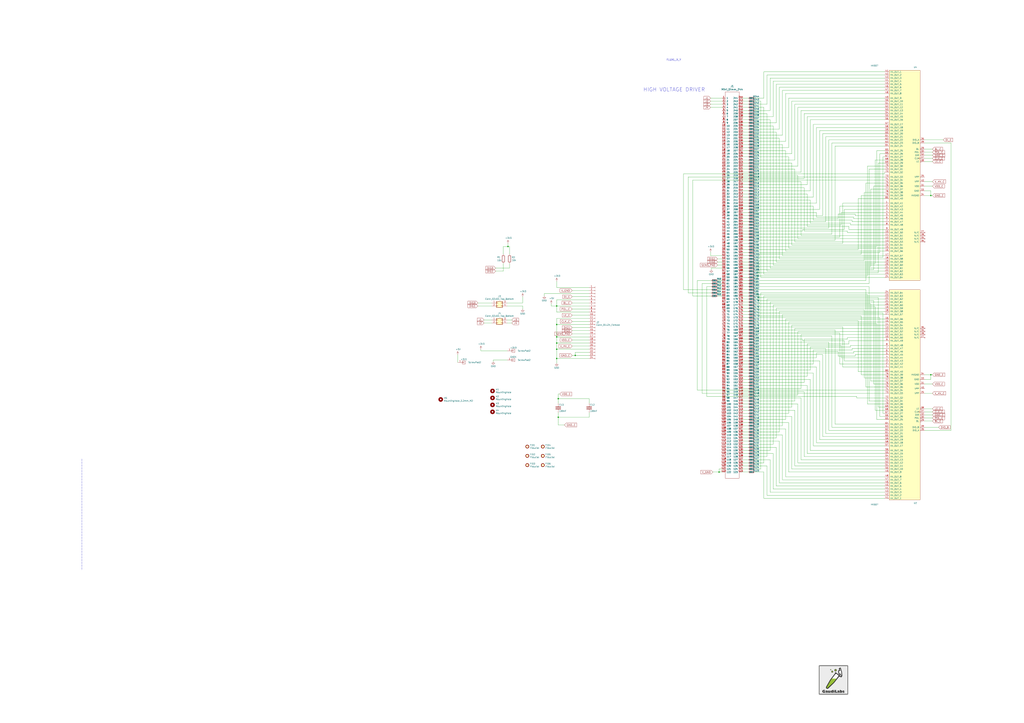
<source format=kicad_sch>
(kicad_sch (version 20211123) (generator eeschema)
  (paper "A1")
  (title_block (title "OpenDrop") (date "14. September 2018") (rev "3.2"))
  (junction (at 457.2 266.7))
  (junction (at 764.54 160.655))
  (junction (at 472.44 292.1))
  (junction (at 457.2 294.64))
  (junction (at 764.54 307.975))
  (junction (at 417.195 202.565))
  (junction (at 457.2 276.86))
  (junction (at 458.47 342.9))
  (junction (at 458.47 327.66))
  (junction (at 457.2 251.46))
  (junction (at 457.2 281.94))
  (junction (at 590.55 387.985))
  (junction (at 457.2 287.02))
  (wire (pts (xy 662.94 316.865) (xy 662.94 372.745)))
  (wire (pts (xy 697.23 282.575) (xy 697.23 280.035)))
  (wire (pts (xy 657.86 90.805) (xy 726.44 90.805)))
  (wire (pts (xy 609.6 100.965) (xy 614.68 100.965)))
  (wire (pts (xy 659.13 278.765) (xy 659.13 280.035)))
  (wire (pts (xy 457.2 236.22) (xy 483.87 236.22)))
  (wire (pts (xy 622.3 224.155) (xy 721.36 224.155)))
  (wire (pts (xy 609.6 88.265) (xy 614.68 88.265)))
  (wire (pts (xy 619.76 159.385) (xy 662.94 159.385)))
  (wire (pts (xy 619.76 235.585) (xy 713.74 235.585)))
  (wire (pts (xy 457.2 251.46) (xy 457.2 256.54)))
  (wire (pts (xy 619.76 370.205) (xy 632.46 370.205)))
  (wire (pts (xy 645.16 262.255) (xy 726.44 262.255)))
  (wire (pts (xy 589.28 212.725) (xy 593.09 212.725)))
  (wire (pts (xy 619.76 113.665) (xy 640.08 113.665)))
  (wire (pts (xy 609.6 85.725) (xy 614.68 85.725)))
  (wire (pts (xy 709.93 254.635) (xy 709.93 310.515)))
  (wire (pts (xy 660.4 314.325) (xy 660.4 278.765)))
  (wire (pts (xy 609.6 271.145) (xy 614.68 271.145)))
  (wire (pts (xy 683.26 276.225) (xy 683.26 351.155)))
  (wire (pts (xy 394.97 287.02) (xy 394.97 288.29)))
  (wire (pts (xy 707.39 259.715) (xy 623.57 259.715)))
  (wire (pts (xy 416.56 251.46) (xy 429.26 251.46)))
  (wire (pts (xy 420.37 265.43) (xy 416.56 265.43)))
  (wire (pts (xy 662.94 95.885) (xy 726.44 95.885)))
  (wire (pts (xy 662.94 372.745) (xy 726.44 372.745)))
  (wire (pts (xy 593.09 220.345) (xy 584.2 220.345)))
  (wire (pts (xy 580.39 235.585) (xy 580.39 325.755)))
  (wire (pts (xy 416.56 262.89) (xy 420.37 262.89)))
  (wire (pts (xy 619.76 337.185) (xy 652.78 337.185)))
  (wire (pts (xy 668.02 161.925) (xy 619.76 161.925)))
  (wire (pts (xy 652.78 131.445) (xy 652.78 85.725)))
  (wire (pts (xy 726.44 385.445) (xy 650.24 385.445)))
  (wire (pts (xy 457.2 281.94) (xy 483.87 281.94)))
  (wire (pts (xy 589.28 233.045) (xy 593.09 233.045)))
  (wire (pts (xy 695.96 277.495) (xy 726.44 277.495)))
  (wire (pts (xy 609.6 106.045) (xy 614.68 106.045)))
  (wire (pts (xy 690.88 294.005) (xy 726.44 294.005)))
  (wire (pts (xy 650.24 201.295) (xy 726.44 201.295)))
  (wire (pts (xy 709.93 213.995) (xy 623.57 213.995)))
  (wire (pts (xy 722.63 260.985) (xy 619.76 260.985)))
  (wire (pts (xy 622.3 226.695) (xy 712.47 226.695)))
  (wire (pts (xy 609.6 169.545) (xy 614.68 169.545)))
  (wire (pts (xy 609.6 235.585) (xy 614.68 235.585)))
  (wire (pts (xy 726.44 339.725) (xy 725.17 339.725)))
  (wire (pts (xy 781.05 117.475) (xy 781.05 353.695)))
  (wire (pts (xy 668.02 180.975) (xy 668.02 169.545)))
  (wire (pts (xy 609.6 182.245) (xy 614.68 182.245)))
  (wire (pts (xy 609.6 240.665) (xy 614.68 240.665)))
  (wire (pts (xy 712.47 332.105) (xy 726.44 332.105)))
  (wire (pts (xy 655.32 272.415) (xy 655.32 324.485)))
  (wire (pts (xy 657.86 319.405) (xy 619.76 319.405)))
  (wire (pts (xy 609.6 288.925) (xy 614.68 288.925)))
  (wire (pts (xy 697.23 188.595) (xy 726.44 188.595)))
  (wire (pts (xy 726.44 396.875) (xy 640.08 396.875)))
  (wire (pts (xy 609.6 255.905) (xy 614.68 255.905)))
  (wire (pts (xy 632.46 90.805) (xy 632.46 64.135)))
  (wire (pts (xy 609.6 347.345) (xy 614.68 347.345)))
  (wire (pts (xy 660.4 278.765) (xy 695.96 278.765)))
  (wire (pts (xy 609.6 278.765) (xy 614.68 278.765)))
  (wire (pts (xy 632.46 248.285) (xy 632.46 370.205)))
  (wire (pts (xy 726.44 93.345) (xy 660.4 93.345)))
  (wire (pts (xy 457.2 287.02) (xy 483.87 287.02)))
  (wire (pts (xy 609.6 90.805) (xy 614.68 90.805)))
  (wire (pts (xy 764.54 311.785) (xy 764.54 307.975)))
  (wire (pts (xy 726.44 366.395) (xy 668.02 366.395)))
  (wire (pts (xy 609.6 210.185) (xy 614.68 210.185)))
  (wire (pts (xy 619.76 327.025) (xy 657.86 327.025)))
  (wire (pts (xy 765.81 132.715) (xy 759.46 132.715)))
  (wire (pts (xy 711.2 238.125) (xy 711.2 318.135)))
  (wire (pts (xy 619.76 172.085) (xy 673.1 172.085)))
  (wire (pts (xy 717.55 221.615) (xy 623.57 221.615)))
  (wire (pts (xy 764.54 156.845) (xy 764.54 160.655)))
  (wire (pts (xy 662.94 186.055) (xy 697.23 186.055)))
  (wire (pts (xy 619.76 273.685) (xy 689.61 273.685)))
  (wire (pts (xy 619.76 225.425) (xy 623.57 225.425)))
  (wire (pts (xy 668.02 306.705) (xy 619.76 306.705)))
  (wire (pts (xy 584.2 240.665) (xy 565.15 240.665)))
  (wire (pts (xy 593.09 240.665) (xy 589.28 240.665)))
  (wire (pts (xy 583.565 210.185) (xy 593.09 210.185)))
  (wire (pts (xy 670.56 167.005) (xy 670.56 104.775)))
  (wire (pts (xy 645.16 352.425) (xy 619.76 352.425)))
  (wire (pts (xy 765.81 335.915) (xy 759.46 335.915)))
  (wire (pts (xy 726.44 76.835) (xy 645.16 76.835)))
  (wire (pts (xy 619.76 220.345) (xy 623.57 220.345)))
  (wire (pts (xy 697.23 280.035) (xy 726.44 280.035)))
  (wire (pts (xy 659.13 188.595) (xy 693.42 188.595)))
  (wire (pts (xy 629.92 85.725) (xy 619.76 85.725)))
  (wire (pts (xy 619.76 263.525) (xy 704.85 263.525)))
  (wire (pts (xy 589.28 217.805) (xy 593.09 217.805)))
  (wire (pts (xy 609.6 95.885) (xy 614.68 95.885)))
  (wire (pts (xy 711.2 150.495) (xy 726.44 150.495)))
  (wire (pts (xy 635 66.675) (xy 635 95.885)))
  (wire (pts (xy 619.76 167.005) (xy 670.56 167.005)))
  (wire (pts (xy 689.61 299.085) (xy 726.44 299.085)))
  (wire (pts (xy 483.87 342.9) (xy 458.47 342.9)))
  (wire (pts (xy 655.32 196.215) (xy 655.32 144.145)))
  (wire (pts (xy 394.97 288.29) (xy 416.56 288.29)))
  (wire (pts (xy 619.76 238.125) (xy 711.2 238.125)))
  (wire (pts (xy 623.57 248.285) (xy 623.57 249.555)))
  (wire (pts (xy 670.56 178.435) (xy 701.04 178.435)))
  (wire (pts (xy 609.6 111.125) (xy 614.68 111.125)))
  (wire (pts (xy 619.76 329.565) (xy 652.78 329.565)))
  (wire (pts (xy 609.6 174.625) (xy 614.68 174.625)))
  (wire (pts (xy 583.565 83.185) (xy 593.09 83.185)))
  (wire (pts (xy 683.26 192.405) (xy 683.26 117.475)))
  (wire (pts (xy 609.6 349.885) (xy 614.68 349.885)))
  (wire (pts (xy 642.62 210.185) (xy 642.62 118.745)))
  (wire (pts (xy 637.54 399.415) (xy 726.44 399.415)))
  (wire (pts (xy 722.63 207.645) (xy 619.76 207.645)))
  (wire (pts (xy 703.58 325.755) (xy 703.58 327.025)))
  (wire (pts (xy 726.44 83.185) (xy 650.24 83.185)))
  (wire (pts (xy 690.88 184.785) (xy 690.88 174.625)))
  (wire (pts (xy 685.8 120.015) (xy 685.8 197.485)))
  (wire (pts (xy 680.72 353.695) (xy 680.72 281.305)))
  (wire (pts (xy 593.09 215.265) (xy 589.28 215.265)))
  (wire (pts (xy 619.76 121.285) (xy 647.7 121.285)))
  (wire (pts (xy 623.57 215.265) (xy 623.57 213.995)))
  (wire (pts (xy 619.76 230.505) (xy 711.2 230.505)))
  (wire (pts (xy 659.13 280.035) (xy 693.42 280.035)))
  (wire (pts (xy 619.76 245.745) (xy 622.3 245.745)))
  (wire (pts (xy 429.26 243.84) (xy 429.26 248.92)))
  (wire (pts (xy 619.76 278.765) (xy 659.13 278.765)))
  (wire (pts (xy 584.2 220.345) (xy 584.2 221.615)))
  (wire (pts (xy 715.01 219.075) (xy 715.01 155.575)))
  (wire (pts (xy 657.86 274.955) (xy 657.86 319.405)))
  (wire (pts (xy 660.4 154.305) (xy 660.4 189.865)))
  (wire (pts (xy 652.78 198.755) (xy 652.78 139.065)))
  (wire (pts (xy 759.46 130.175) (xy 765.81 130.175)))
  (wire (pts (xy 619.76 385.445) (xy 624.84 385.445)))
  (wire (pts (xy 709.93 158.115) (xy 726.44 158.115)))
  (wire (pts (xy 609.6 314.325) (xy 614.68 314.325)))
  (wire (pts (xy 483.87 327.66) (xy 483.87 331.47)))
  (wire (pts (xy 668.02 102.235) (xy 668.02 161.925)))
  (wire (pts (xy 572.77 230.505) (xy 584.2 230.505)))
  (wire (pts (xy 715.01 249.555) (xy 715.01 313.055)))
  (wire (pts (xy 726.44 222.885) (xy 629.92 222.885)))
  (wire (pts (xy 619.76 192.405) (xy 683.26 192.405)))
  (wire (pts (xy 645.16 344.805) (xy 645.16 262.255)))
  (wire (pts (xy 458.47 323.85) (xy 458.47 327.66)))
  (wire (pts (xy 668.02 287.655) (xy 668.02 299.085)))
  (wire (pts (xy 619.76 182.245) (xy 678.18 182.245)))
  (wire (pts (xy 701.04 179.705) (xy 726.44 179.705)))
  (wire (pts (xy 702.31 175.895) (xy 702.31 177.165)))
  (wire (pts (xy 692.15 200.025) (xy 619.76 200.025)))
  (wire (pts (xy 429.26 248.92) (xy 416.56 248.92)))
  (wire (pts (xy 609.6 83.185) (xy 614.68 83.185)))
  (wire (pts (xy 640.08 255.905) (xy 726.44 255.905)))
  (wire (pts (xy 673.1 107.315) (xy 726.44 107.315)))
  (wire (pts (xy 645.16 206.375) (xy 726.44 206.375)))
  (wire (pts (xy 593.09 235.585) (xy 589.28 235.585)))
  (wire (pts (xy 765.81 307.975) (xy 764.54 307.975)))
  (wire (pts (xy 726.44 203.835) (xy 647.7 203.835)))
  (wire (pts (xy 629.92 382.905) (xy 619.76 382.905)))
  (wire (pts (xy 715.01 155.575) (xy 726.44 155.575)))
  (wire (pts (xy 680.72 281.305) (xy 619.76 281.305)))
  (wire (pts (xy 576.58 323.215) (xy 726.44 323.215)))
  (wire (pts (xy 619.76 174.625) (xy 670.56 174.625)))
  (wire (pts (xy 655.32 88.265) (xy 655.32 136.525)))
  (wire (pts (xy 609.6 344.805) (xy 614.68 344.805)))
  (wire (pts (xy 457.2 298.45) (xy 457.2 294.64)))
  (wire (pts (xy 619.76 248.285) (xy 623.57 248.285)))
  (wire (pts (xy 583.565 85.725) (xy 593.09 85.725)))
  (wire (pts (xy 726.44 66.675) (xy 635 66.675)))
  (wire (pts (xy 609.6 266.065) (xy 614.68 266.065)))
  (wire (pts (xy 627.38 225.425) (xy 726.44 225.425)))
  (wire (pts (xy 623.57 255.905) (xy 619.76 255.905)))
  (wire (pts (xy 407.035 222.885) (xy 413.385 222.885)))
  (wire (pts (xy 619.76 215.265) (xy 623.57 215.265)))
  (wire (pts (xy 712.47 136.525) (xy 726.44 136.525)))
  (wire (pts (xy 609.6 207.645) (xy 614.68 207.645)))
  (wire (pts (xy 609.6 268.605) (xy 614.68 268.605)))
  (wire (pts (xy 619.76 154.305) (xy 660.4 154.305)))
  (wire (pts (xy 609.6 296.545) (xy 614.68 296.545)))
  (wire (pts (xy 619.76 334.645) (xy 650.24 334.645)))
  (wire (pts (xy 622.3 241.935) (xy 712.47 241.935)))
  (wire (pts (xy 619.76 316.865) (xy 662.94 316.865)))
  (wire (pts (xy 457.2 276.86) (xy 483.87 276.86)))
  (wire (pts (xy 458.47 349.25) (xy 463.55 349.25)))
  (wire (pts (xy 609.6 291.465) (xy 614.68 291.465)))
  (wire (pts (xy 568.96 147.955) (xy 568.96 243.205)))
  (wire (pts (xy 619.76 217.805) (xy 623.57 217.805)))
  (wire (pts (xy 726.44 375.285) (xy 660.4 375.285)))
  (wire (pts (xy 619.76 93.345) (xy 629.92 93.345)))
  (wire (pts (xy 576.58 323.215) (xy 576.58 233.045)))
  (wire (pts (xy 624.84 385.445) (xy 624.84 240.665)))
  (wire (pts (xy 469.9 274.32) (xy 483.87 274.32)))
  (wire (pts (xy 589.28 230.505) (xy 593.09 230.505)))
  (wire (pts (xy 593.09 385.445) (xy 590.55 385.445)))
  (wire (pts (xy 619.76 288.925) (xy 688.34 288.925)))
  (wire (pts (xy 429.26 251.46) (xy 429.26 254)))
  (wire (pts (xy 699.77 287.655) (xy 699.77 286.385)))
  (wire (pts (xy 635 250.825) (xy 726.44 250.825)))
  (wire (pts (xy 609.6 375.285) (xy 614.68 375.285)))
  (wire (pts (xy 619.76 189.865) (xy 659.13 189.865)))
  (wire (pts (xy 685.8 120.015) (xy 726.44 120.015)))
  (wire (pts (xy 609.6 212.725) (xy 614.68 212.725)))
  (wire (pts (xy 765.81 127.635) (xy 759.46 127.635)))
  (wire (pts (xy 583.565 88.265) (xy 593.09 88.265)))
  (wire (pts (xy 725.17 211.455) (xy 623.57 211.455)))
  (wire (pts (xy 713.74 233.045) (xy 713.74 139.065)))
  (wire (pts (xy 619.76 194.945) (xy 689.61 194.945)))
  (wire (pts (xy 469.9 238.76) (xy 483.87 238.76)))
  (wire (pts (xy 759.46 351.155) (xy 770.89 351.155)))
  (wire (pts (xy 660.4 321.945) (xy 619.76 321.945)))
  (wire (pts (xy 619.76 90.805) (xy 632.46 90.805)))
  (wire (pts (xy 711.2 318.135) (xy 726.44 318.135)))
  (wire (pts (xy 609.6 177.165) (xy 614.68 177.165)))
  (wire (pts (xy 655.32 332.105) (xy 619.76 332.105)))
  (wire (pts (xy 717.55 221.615) (xy 717.55 153.035)))
  (wire (pts (xy 619.76 296.545) (xy 673.1 296.545)))
  (wire (pts (xy 457.2 246.38) (xy 457.2 251.46)))
  (wire (pts (xy 726.44 133.985) (xy 721.36 133.985)))
  (wire (pts (xy 609.6 342.265) (xy 614.68 342.265)))
  (wire (pts (xy 765.81 315.595) (xy 759.46 315.595)))
  (wire (pts (xy 726.44 102.235) (xy 668.02 102.235)))
  (wire (pts (xy 609.6 136.525) (xy 614.68 136.525)))
  (wire (pts (xy 619.76 250.825) (xy 623.57 250.825)))
  (wire (pts (xy 627.38 387.985) (xy 619.76 387.985)))
  (wire (pts (xy 609.6 205.105) (xy 614.68 205.105)))
  (wire (pts (xy 660.4 189.865) (xy 695.96 189.865)))
  (wire (pts (xy 699.77 286.385) (xy 726.44 286.385)))
  (wire (pts (xy 640.08 212.725) (xy 726.44 212.725)))
  (wire (pts (xy 726.44 401.955) (xy 635 401.955)))
  (wire (pts (xy 685.8 348.615) (xy 726.44 348.615)))
  (wire (pts (xy 623.57 211.455) (xy 623.57 212.725)))
  (wire (pts (xy 623.57 252.095) (xy 718.82 252.095)))
  (wire (pts (xy 726.44 305.435) (xy 704.85 305.435)))
  (wire (pts (xy 413.385 202.565) (xy 413.385 208.915)))
  (wire (pts (xy 765.81 122.555) (xy 759.46 122.555)))
  (wire (pts (xy 609.6 149.225) (xy 614.68 149.225)))
  (wire (pts (xy 472.44 292.1) (xy 472.44 289.56)))
  (wire (pts (xy 619.76 339.725) (xy 647.7 339.725)))
  (wire (pts (xy 655.32 136.525) (xy 619.76 136.525)))
  (wire (pts (xy 609.6 253.365) (xy 614.68 253.365)))
  (wire (pts (xy 637.54 215.265) (xy 637.54 108.585)))
  (wire (pts (xy 712.47 226.695) (xy 712.47 136.525)))
  (wire (pts (xy 413.385 216.535) (xy 413.385 222.885)))
  (wire (pts (xy 609.6 276.225) (xy 614.68 276.225)))
  (wire (pts (xy 645.16 123.825) (xy 645.16 206.375)))
  (wire (pts (xy 657.86 193.675) (xy 726.44 193.675)))
  (wire (pts (xy 609.6 365.125) (xy 614.68 365.125)))
  (wire (pts (xy 609.6 93.345) (xy 614.68 93.345)))
  (wire (pts (xy 765.81 153.035) (xy 759.46 153.035)))
  (wire (pts (xy 632.46 220.345) (xy 632.46 98.425)))
  (wire (pts (xy 619.76 304.165) (xy 665.48 304.165)))
  (wire (pts (xy 670.56 174.625) (xy 670.56 178.435)))
  (wire (pts (xy 697.23 186.055) (xy 697.23 188.595)))
  (wire (pts (xy 635 217.805) (xy 726.44 217.805)))
  (wire (pts (xy 447.04 241.3) (xy 483.87 241.3)))
  (wire (pts (xy 609.6 154.305) (xy 614.68 154.305)))
  (wire (pts (xy 619.76 314.325) (xy 660.4 314.325)))
  (wire (pts (xy 609.6 352.425) (xy 614.68 352.425)))
  (wire (pts (xy 726.44 248.285) (xy 632.46 248.285)))
  (wire (pts (xy 660.4 146.685) (xy 619.76 146.685)))
  (wire (pts (xy 662.94 159.385) (xy 662.94 186.055)))
  (wire (pts (xy 403.86 265.43) (xy 397.51 265.43)))
  (wire (pts (xy 655.32 196.215) (xy 726.44 196.215)))
  (wire (pts (xy 483.87 254) (xy 469.9 254)))
  (wire (pts (xy 690.88 174.625) (xy 726.44 174.625)))
  (wire (pts (xy 619.76 128.905) (xy 647.7 128.905)))
  (wire (pts (xy 764.54 307.975) (xy 759.46 307.975)))
  (wire (pts (xy 640.08 113.665) (xy 640.08 212.725)))
  (wire (pts (xy 469.9 259.08) (xy 483.87 259.08)))
  (wire (pts (xy 619.76 375.285) (xy 629.92 375.285)))
  (wire (pts (xy 609.6 380.365) (xy 614.68 380.365)))
  (wire (pts (xy 726.44 334.645) (xy 721.36 334.645)))
  (wire (pts (xy 704.85 263.525) (xy 704.85 305.435)))
  (wire (pts (xy 765.81 340.995) (xy 759.46 340.995)))
  (wire (pts (xy 678.18 112.395) (xy 678.18 182.245)))
  (wire (pts (xy 609.6 294.005) (xy 614.68 294.005)))
  (wire (pts (xy 609.6 116.205) (xy 614.68 116.205)))
  (wire (pts (xy 702.31 292.735) (xy 702.31 291.465)))
  (wire (pts (xy 609.6 164.465) (xy 614.68 164.465)))
  (wire (pts (xy 692.15 167.005) (xy 692.15 200.025)))
  (wire (pts (xy 619.76 123.825) (xy 645.16 123.825)))
  (wire (pts (xy 609.6 103.505) (xy 614.68 103.505)))
  (wire (pts (xy 619.76 344.805) (xy 645.16 344.805)))
  (wire (pts (xy 759.46 117.475) (xy 781.05 117.475)))
  (wire (pts (xy 609.6 227.965) (xy 614.68 227.965)))
  (wire (pts (xy 609.6 281.305) (xy 614.68 281.305)))
  (wire (pts (xy 662.94 282.575) (xy 697.23 282.575)))
  (wire (pts (xy 629.92 407.035) (xy 629.92 382.905)))
  (wire (pts (xy 609.6 327.025) (xy 614.68 327.025)))
  (wire (pts (xy 645.16 116.205) (xy 619.76 116.205)))
  (wire (pts (xy 609.6 161.925) (xy 614.68 161.925)))
  (wire (pts (xy 652.78 198.755) (xy 726.44 198.755)))
  (wire (pts (xy 712.47 241.935) (xy 712.47 332.105)))
  (wire (pts (xy 609.6 245.745) (xy 614.68 245.745)))
  (wire (pts (xy 665.48 285.115) (xy 698.5 285.115)))
  (wire (pts (xy 647.7 347.345) (xy 647.7 387.985)))
  (wire (pts (xy 483.87 266.7) (xy 457.2 266.7)))
  (wire (pts (xy 619.76 141.605) (xy 657.86 141.605)))
  (wire (pts (xy 701.04 290.195) (xy 701.04 288.925)))
  (wire (pts (xy 407.035 220.345) (xy 418.465 220.345)))
  (wire (pts (xy 565.15 145.415) (xy 726.44 145.415)))
  (wire (pts (xy 609.6 126.365) (xy 614.68 126.365)))
  (wire (pts (xy 609.6 233.045) (xy 614.68 233.045)))
  (wire (pts (xy 609.6 339.725) (xy 614.68 339.725)))
  (wire (pts (xy 619.76 88.265) (xy 627.38 88.265)))
  (wire (pts (xy 713.74 235.585) (xy 713.74 329.565)))
  (wire (pts (xy 457.2 236.22) (xy 457.2 231.14)))
  (wire (pts (xy 668.02 287.655) (xy 699.77 287.655)))
  (wire (pts (xy 635 95.885) (xy 619.76 95.885)))
  (wire (pts (xy 459.74 323.85) (xy 458.47 323.85)))
  (wire (pts (xy 650.24 267.335) (xy 726.44 267.335)))
  (wire (pts (xy 657.86 377.825) (xy 726.44 377.825)))
  (wire (pts (xy 609.6 187.325) (xy 614.68 187.325)))
  (wire (pts (xy 623.57 212.725) (xy 619.76 212.725)))
  (wire (pts (xy 609.6 98.425) (xy 614.68 98.425)))
  (wire (pts (xy 726.44 245.745) (xy 629.92 245.745)))
  (wire (pts (xy 619.76 354.965) (xy 640.08 354.965)))
  (wire (pts (xy 699.77 182.245) (xy 726.44 182.245)))
  (wire (pts (xy 572.77 320.675) (xy 726.44 320.675)))
  (wire (pts (xy 619.76 240.665) (xy 622.3 240.665)))
  (wire (pts (xy 609.6 319.405) (xy 614.68 319.405)))
  (wire (pts (xy 675.64 177.165) (xy 675.64 109.855)))
  (wire (pts (xy 675.64 109.855) (xy 726.44 109.855)))
  (wire (pts (xy 726.44 117.475) (xy 683.26 117.475)))
  (wire (pts (xy 635 401.955) (xy 635 372.745)))
  (wire (pts (xy 609.6 309.245) (xy 614.68 309.245)))
  (wire (pts (xy 619.76 139.065) (xy 652.78 139.065)))
  (wire (pts (xy 680.72 114.935) (xy 680.72 187.325)))
  (wire (pts (xy 726.44 253.365) (xy 637.54 253.365)))
  (wire (pts (xy 640.08 354.965) (xy 640.08 255.905)))
  (wire (pts (xy 650.24 126.365) (xy 619.76 126.365)))
  (wire (pts (xy 652.78 337.185) (xy 652.78 382.905)))
  (wire (pts (xy 692.15 301.625) (xy 726.44 301.625)))
  (wire (pts (xy 619.76 118.745) (xy 642.62 118.745)))
  (wire (pts (xy 609.6 225.425) (xy 614.68 225.425)))
  (wire (pts (xy 685.8 271.145) (xy 619.76 271.145)))
  (wire (pts (xy 609.6 385.445) (xy 614.68 385.445)))
  (wire (pts (xy 483.87 246.38) (xy 457.2 246.38)))
  (wire (pts (xy 609.6 123.825) (xy 614.68 123.825)))
  (wire (pts (xy 609.6 159.385) (xy 614.68 159.385)))
  (wire (pts (xy 457.2 261.62) (xy 483.87 261.62)))
  (wire (pts (xy 609.6 258.445) (xy 614.68 258.445)))
  (wire (pts (xy 457.2 294.64) (xy 483.87 294.64)))
  (wire (pts (xy 619.76 103.505) (xy 635 103.505)))
  (wire (pts (xy 726.44 112.395) (xy 678.18 112.395)))
  (wire (pts (xy 726.44 88.265) (xy 655.32 88.265)))
  (wire (pts (xy 619.76 144.145) (xy 655.32 144.145)))
  (wire (pts (xy 688.34 292.735) (xy 702.31 292.735)))
  (wire (pts (xy 619.76 377.825) (xy 632.46 377.825)))
  (wire (pts (xy 627.38 409.575) (xy 627.38 387.985)))
  (wire (pts (xy 629.92 222.885) (xy 629.92 93.345)))
  (wire (pts (xy 619.76 202.565) (xy 720.09 202.565)))
  (wire (pts (xy 593.09 387.985) (xy 590.55 387.985)))
  (wire (pts (xy 764.54 160.655) (xy 759.46 160.655)))
  (wire (pts (xy 619.76 266.065) (xy 720.09 266.065)))
  (wire (pts (xy 720.09 266.065) (xy 720.09 344.805)))
  (wire (pts (xy 580.39 325.755) (xy 703.58 325.755)))
  (wire (pts (xy 707.39 208.915) (xy 623.57 208.915)))
  (wire (pts (xy 619.76 151.765) (xy 662.94 151.765)))
  (wire (pts (xy 619.76 177.165) (xy 675.64 177.165)))
  (wire (pts (xy 647.7 128.905) (xy 647.7 203.835)))
  (wire (pts (xy 609.6 260.985) (xy 614.68 260.985)))
  (wire (pts (xy 609.6 222.885) (xy 614.68 222.885)))
  (wire (pts (xy 609.6 387.985) (xy 614.68 387.985)))
  (wire (pts (xy 650.24 83.185) (xy 650.24 126.365)))
  (wire (pts (xy 609.6 146.685) (xy 614.68 146.685)))
  (wire (pts (xy 759.46 343.535) (xy 765.81 343.535)))
  (wire (pts (xy 759.46 338.455) (xy 765.81 338.455)))
  (wire (pts (xy 627.38 243.205) (xy 726.44 243.205)))
  (wire (pts (xy 609.6 131.445) (xy 614.68 131.445)))
  (wire (pts (xy 609.6 144.145) (xy 614.68 144.145)))
  (wire (pts (xy 584.2 243.205) (xy 568.96 243.205)))
  (wire (pts (xy 619.76 283.845) (xy 690.88 283.845)))
  (wire (pts (xy 623.57 220.345) (xy 623.57 219.075)))
  (wire (pts (xy 623.57 210.185) (xy 623.57 208.915)))
  (wire (pts (xy 609.6 139.065) (xy 614.68 139.065)))
  (wire (pts (xy 675.64 291.465) (xy 675.64 358.775)))
  (wire (pts (xy 619.76 83.185) (xy 624.84 83.185)))
  (wire (pts (xy 701.04 288.925) (xy 726.44 288.925)))
  (wire (pts (xy 629.92 61.595) (xy 629.92 85.725)))
  (wire (pts (xy 637.54 69.215) (xy 726.44 69.215)))
  (wire (pts (xy 726.44 126.365) (xy 722.63 126.365)))
  (wire (pts (xy 619.76 309.245) (xy 662.94 309.245)))
  (wire (pts (xy 647.7 121.285) (xy 647.7 80.645)))
  (wire (pts (xy 623.57 217.805) (xy 623.57 216.535)))
  (wire (pts (xy 609.6 299.085) (xy 614.68 299.085)))
  (wire (pts (xy 619.76 299.085) (xy 668.02 299.085)))
  (wire (pts (xy 627.38 80.645) (xy 619.76 80.645)))
  (wire (pts (xy 642.62 357.505) (xy 642.62 394.335)))
  (wire (pts (xy 701.04 178.435) (xy 701.04 179.705)))
  (wire (pts (xy 774.7 114.935) (xy 759.46 114.935)))
  (wire (pts (xy 726.44 128.905) (xy 725.17 128.905)))
  (wire (pts (xy 619.76 98.425) (xy 632.46 98.425)))
  (wire (pts (xy 622.3 240.665) (xy 622.3 241.935)))
  (wire (pts (xy 584.2 235.585) (xy 580.39 235.585)))
  (wire (pts (xy 623.57 216.535) (xy 718.82 216.535)))
  (wire (pts (xy 657.86 141.605) (xy 657.86 90.805)))
  (wire (pts (xy 765.81 346.075) (xy 759.46 346.075)))
  (wire (pts (xy 623.57 219.075) (xy 715.01 219.075)))
  (wire (pts (xy 609.6 197.485) (xy 614.68 197.485)))
  (wire (pts (xy 609.6 238.125) (xy 614.68 238.125)))
  (wire (pts (xy 662.94 151.765) (xy 662.94 95.885)))
  (wire (pts (xy 670.56 363.855) (xy 726.44 363.855)))
  (wire (pts (xy 619.76 380.365) (xy 627.38 380.365)))
  (wire (pts (xy 726.44 98.425) (xy 665.48 98.425)))
  (wire (pts (xy 609.6 202.565) (xy 614.68 202.565)))
  (wire (pts (xy 457.2 281.94) (xy 457.2 276.86)))
  (wire (pts (xy 619.76 276.225) (xy 683.26 276.225)))
  (wire (pts (xy 698.5 184.785) (xy 726.44 184.785)))
  (wire (pts (xy 589.28 238.125) (xy 593.09 238.125)))
  (wire (pts (xy 647.7 80.645) (xy 726.44 80.645)))
  (wire (pts (xy 609.6 230.505) (xy 614.68 230.505)))
  (wire (pts (xy 469.9 284.48) (xy 483.87 284.48)))
  (wire (pts (xy 483.87 256.54) (xy 457.2 256.54)))
  (wire (pts (xy 698.5 285.115) (xy 698.5 283.845)))
  (wire (pts (xy 452.755 251.46) (xy 457.2 251.46)))
  (wire (pts (xy 609.6 141.605) (xy 614.68 141.605)))
  (wire (pts (xy 642.62 258.445) (xy 642.62 349.885)))
  (wire (pts (xy 715.01 313.055) (xy 726.44 313.055)))
  (wire (pts (xy 576.58 233.045) (xy 584.2 233.045)))
  (wire (pts (xy 759.46 311.785) (xy 764.54 311.785)))
  (wire (pts (xy 726.44 210.185) (xy 642.62 210.185)))
  (wire (pts (xy 695.96 278.765) (xy 695.96 277.495)))
  (wire (pts (xy 627.38 88.265) (xy 627.38 225.425)))
  (wire (pts (xy 717.55 247.015) (xy 717.55 315.595)))
  (wire (pts (xy 458.47 339.09) (xy 458.47 342.9)))
  (wire (pts (xy 657.86 274.955) (xy 726.44 274.955)))
  (wire (pts (xy 619.76 365.125) (xy 635 365.125)))
  (wire (pts (xy 417.195 202.565) (xy 418.465 202.565)))
  (wire (pts (xy 458.47 342.9) (xy 458.47 349.25)))
  (wire (pts (xy 668.02 180.975) (xy 699.77 180.975)))
  (wire (pts (xy 765.81 149.225) (xy 759.46 149.225)))
  (wire (pts (xy 726.44 344.805) (xy 720.09 344.805)))
  (wire (pts (xy 655.32 272.415) (xy 726.44 272.415)))
  (wire (pts (xy 657.86 327.025) (xy 657.86 377.825)))
  (wire (pts (xy 726.44 240.665) (xy 624.84 240.665)))
  (wire (pts (xy 726.44 220.345) (xy 632.46 220.345)))
  (wire (pts (xy 685.8 197.485) (xy 619.76 197.485)))
  (wire (pts (xy 619.76 133.985) (xy 650.24 133.985)))
  (wire (pts (xy 609.6 360.045) (xy 614.68 360.045)))
  (wire (pts (xy 609.6 332.105) (xy 614.68 332.105)))
  (wire (pts (xy 726.44 163.195) (xy 704.85 163.195)))
  (wire (pts (xy 619.76 184.785) (xy 690.88 184.785)))
  (wire (pts (xy 675.64 358.775) (xy 726.44 358.775)))
  (wire (pts (xy 726.44 380.365) (xy 655.32 380.365)))
  (wire (pts (xy 726.44 409.575) (xy 627.38 409.575)))
  (wire (pts (xy 583.565 207.01) (xy 583.565 210.185)))
  (wire (pts (xy 726.44 59.055) (xy 627.38 59.055)))
  (wire (pts (xy 609.6 263.525) (xy 614.68 263.525)))
  (wire (pts (xy 609.6 354.965) (xy 614.68 354.965)))
  (wire (pts (xy 637.54 100.965) (xy 637.54 69.215)))
  (wire (pts (xy 659.13 189.865) (xy 659.13 188.595)))
  (wire (pts (xy 609.6 324.485) (xy 614.68 324.485)))
  (wire (pts (xy 609.6 248.285) (xy 614.68 248.285)))
  (wire (pts (xy 707.39 208.915) (xy 707.39 160.655)))
  (wire (pts (xy 647.7 387.985) (xy 726.44 387.985)))
  (wire (pts (xy 713.74 139.065) (xy 726.44 139.065)))
  (wire (pts (xy 657.86 149.225) (xy 619.76 149.225)))
  (wire (pts (xy 623.57 249.555) (xy 715.01 249.555)))
  (wire (pts (xy 759.46 353.695) (xy 781.05 353.695)))
  (wire (pts (xy 609.6 217.805) (xy 614.68 217.805)))
  (wire (pts (xy 722.63 126.365) (xy 722.63 207.645)))
  (wire (pts (xy 692.15 301.625) (xy 692.15 268.605)))
  (wire (pts (xy 693.42 280.035) (xy 693.42 296.545)))
  (wire (pts (xy 692.15 167.005) (xy 726.44 167.005)))
  (wire (pts (xy 721.36 224.155) (xy 721.36 133.985)))
  (wire (pts (xy 726.44 71.755) (xy 640.08 71.755)))
  (wire (pts (xy 405.13 295.91) (xy 416.56 295.91)))
  (wire (pts (xy 609.6 321.945) (xy 614.68 321.945)))
  (wire (pts (xy 709.93 310.515) (xy 726.44 310.515)))
  (wire (pts (xy 609.6 286.385) (xy 614.68 286.385)))
  (wire (pts (xy 619.76 100.965) (xy 637.54 100.965)))
  (wire (pts (xy 609.6 283.845) (xy 614.68 283.845)))
  (wire (pts (xy 689.61 273.685) (xy 689.61 299.085)))
  (wire (pts (xy 447.04 241.3) (xy 447.04 243.205)))
  (wire (pts (xy 698.5 183.515) (xy 698.5 184.785)))
  (wire (pts (xy 692.15 268.605) (xy 619.76 268.605)))
  (wire (pts (xy 670.56 290.195) (xy 701.04 290.195)))
  (wire (pts (xy 609.6 194.945) (xy 614.68 194.945)))
  (wire (pts (xy 726.44 356.235) (xy 678.18 356.235)))
  (wire (pts (xy 609.6 189.865) (xy 614.68 189.865)))
  (wire (pts (xy 670.56 294.005) (xy 670.56 290.195)))
  (wire (pts (xy 609.6 151.765) (xy 614.68 151.765)))
  (wire (pts (xy 472.44 289.56) (xy 483.87 289.56)))
  (wire (pts (xy 375.92 291.465) (xy 375.92 297.815)))
  (wire (pts (xy 622.3 245.745) (xy 622.3 244.475)))
  (wire (pts (xy 609.6 306.705) (xy 614.68 306.705)))
  (wire (pts (xy 609.6 243.205) (xy 614.68 243.205)))
  (wire (pts (xy 622.3 227.965) (xy 622.3 226.695)))
  (wire (pts (xy 718.82 337.185) (xy 718.82 252.095)))
  (wire (pts (xy 457.2 294.64) (xy 457.2 287.02)))
  (wire (pts (xy 721.36 244.475) (xy 721.36 334.645)))
  (wire (pts (xy 609.6 156.845) (xy 614.68 156.845)))
  (wire (pts (xy 650.24 342.265) (xy 619.76 342.265)))
  (wire (pts (xy 609.6 192.405) (xy 614.68 192.405)))
  (wire (pts (xy 609.6 362.585) (xy 614.68 362.585)))
  (wire (pts (xy 483.87 271.78) (xy 469.9 271.78)))
  (wire (pts (xy 632.46 404.495) (xy 726.44 404.495)))
  (wire (pts (xy 722.63 342.265) (xy 722.63 260.985)))
  (wire (pts (xy 619.76 205.105) (xy 704.85 205.105)))
  (wire (pts (xy 469.9 269.24) (xy 483.87 269.24)))
  (wire (pts (xy 609.6 250.825) (xy 614.68 250.825)))
  (wire (pts (xy 726.44 351.155) (xy 683.26 351.155)))
  (wire (pts (xy 619.76 222.885) (xy 622.3 222.885)))
  (wire (pts (xy 635 103.505) (xy 635 217.805)))
  (wire (pts (xy 624.84 83.185) (xy 624.84 227.965)))
  (wire (pts (xy 685.8 348.615) (xy 685.8 271.145)))
  (wire (pts (xy 583.565 80.645) (xy 593.09 80.645)))
  (wire (pts (xy 619.76 227.965) (xy 622.3 227.965)))
  (wire (pts (xy 609.6 311.785) (xy 614.68 311.785)))
  (wire (pts (xy 609.6 215.265) (xy 614.68 215.265)))
  (wire (pts (xy 609.6 172.085) (xy 614.68 172.085)))
  (wire (pts (xy 590.55 387.985) (xy 585.47 387.985)))
  (wire (pts (xy 709.93 213.995) (xy 709.93 158.115)))
  (wire (pts (xy 417.195 200.025) (xy 417.195 202.565)))
  (wire (pts (xy 619.76 367.665) (xy 637.54 367.665)))
  (wire (pts (xy 609.6 357.505) (xy 614.68 357.505)))
  (wire (pts (xy 590.55 385.445) (xy 590.55 387.985)))
  (wire (pts (xy 568.96 147.955) (xy 726.44 147.955)))
  (wire (pts (xy 619.76 243.205) (xy 623.57 243.205)))
  (wire (pts (xy 418.465 220.345) (xy 418.465 216.535)))
  (wire (pts (xy 699.77 180.975) (xy 699.77 182.245)))
  (wire (pts (xy 662.94 309.245) (xy 662.94 282.575)))
  (wire (pts (xy 726.44 264.795) (xy 647.7 264.795)))
  (wire (pts (xy 609.6 337.185) (xy 614.68 337.185)))
  (wire (pts (xy 609.6 128.905) (xy 614.68 128.905)))
  (wire (pts (xy 678.18 356.235) (xy 678.18 286.385)))
  (wire (pts (xy 680.72 187.325) (xy 619.76 187.325)))
  (wire (pts (xy 609.6 200.025) (xy 614.68 200.025)))
  (wire (pts (xy 619.76 349.885) (xy 642.62 349.885)))
  (wire (pts (xy 483.87 339.09) (xy 483.87 342.9)))
  (wire (pts (xy 673.1 296.545) (xy 673.1 361.315)))
  (wire (pts (xy 623.57 253.365) (xy 623.57 254.635)))
  (wire (pts (xy 593.09 243.205) (xy 589.28 243.205)))
  (wire (pts (xy 637.54 253.365) (xy 637.54 360.045)))
  (wire (pts (xy 665.48 156.845) (xy 619.76 156.845)))
  (wire (pts (xy 652.78 269.875) (xy 652.78 329.565)))
  (wire (pts (xy 622.3 222.885) (xy 622.3 224.155)))
  (wire (pts (xy 645.16 391.795) (xy 645.16 352.425)))
  (wire (pts (xy 670.56 301.625) (xy 670.56 363.855)))
  (wire (pts (xy 718.82 131.445) (xy 718.82 216.535)))
  (wire (pts (xy 726.44 407.035) (xy 629.92 407.035)))
  (wire (pts (xy 619.76 164.465) (xy 665.48 164.465)))
  (wire (pts (xy 619.76 179.705) (xy 688.34 179.705)))
  (wire (pts (xy 665.48 370.205) (xy 665.48 311.785)))
  (wire (pts (xy 469.9 264.16) (xy 483.87 264.16)))
  (wire (pts (xy 469.9 292.1) (xy 472.44 292.1)))
  (wire (pts (xy 623.57 243.205) (xy 623.57 247.015)))
  (wire (pts (xy 660.4 375.285) (xy 660.4 321.945)))
  (wire (pts (xy 458.47 327.66) (xy 458.47 331.47)))
  (wire (pts (xy 619.76 286.385) (xy 678.18 286.385)))
  (wire (pts (xy 640.08 362.585) (xy 619.76 362.585)))
  (wire (pts (xy 619.76 233.045) (xy 713.74 233.045)))
  (wire (pts (xy 765.81 323.215) (xy 759.46 323.215)))
  (wire (pts (xy 665.48 311.785) (xy 619.76 311.785)))
  (wire (pts (xy 619.76 291.465) (xy 675.64 291.465)))
  (wire (pts (xy 688.34 288.925) (xy 688.34 292.735)))
  (wire (pts (xy 623.57 257.175) (xy 623.57 255.905)))
  (wire (pts (xy 690.88 283.845) (xy 690.88 294.005)))
  (wire (pts (xy 619.76 131.445) (xy 652.78 131.445)))
  (wire (pts (xy 655.32 380.365) (xy 655.32 332.105)))
  (wire (pts (xy 726.44 370.205) (xy 665.48 370.205)))
  (wire (pts (xy 726.44 215.265) (xy 637.54 215.265)))
  (wire (pts (xy 632.46 377.825) (xy 632.46 404.495)))
  (wire (pts (xy 609.6 108.585) (xy 614.68 108.585)))
  (wire (pts (xy 609.6 113.665) (xy 614.68 113.665)))
  (wire (pts (xy 726.44 160.655) (xy 707.39 160.655)))
  (wire (pts (xy 680.72 114.935) (xy 726.44 114.935)))
  (wire (pts (xy 623.57 258.445) (xy 623.57 259.715)))
  (wire (pts (xy 670.56 104.775) (xy 726.44 104.775)))
  (wire (pts (xy 609.6 367.665) (xy 614.68 367.665)))
  (wire (pts (xy 619.76 347.345) (xy 647.7 347.345)))
  (wire (pts (xy 695.96 189.865) (xy 695.96 191.135)))
  (wire (pts (xy 717.55 153.035) (xy 726.44 153.035)))
  (wire (pts (xy 483.87 251.46) (xy 457.2 251.46)))
  (wire (pts (xy 704.85 205.105) (xy 704.85 163.195)))
  (wire (pts (xy 713.74 329.565) (xy 726.44 329.565)))
  (wire (pts (xy 405.13 297.18) (xy 405.13 295.91)))
  (wire (pts (xy 609.6 118.745) (xy 614.68 118.745)))
  (wire (pts (xy 726.44 123.825) (xy 720.09 123.825)))
  (wire (pts (xy 565.15 145.415) (xy 565.15 240.665)))
  (wire (pts (xy 627.38 59.055) (xy 627.38 80.645)))
  (wire (pts (xy 397.51 262.89) (xy 403.86 262.89)))
  (wire (pts (xy 673.1 361.315) (xy 726.44 361.315)))
  (wire (pts (xy 665.48 285.115) (xy 665.48 304.165)))
  (wire (pts (xy 609.6 80.645) (xy 614.68 80.645)))
  (wire (pts (xy 472.44 292.1) (xy 483.87 292.1)))
  (wire (pts (xy 640.08 71.755) (xy 640.08 106.045)))
  (wire (pts (xy 483.87 243.84) (xy 469.9 243.84)))
  (wire (pts (xy 688.34 175.895) (xy 702.31 175.895)))
  (wire (pts (xy 609.6 304.165) (xy 614.68 304.165)))
  (wire (pts (xy 673.1 172.085) (xy 673.1 107.315)))
  (wire (pts (xy 726.44 258.445) (xy 642.62 258.445)))
  (wire (pts (xy 392.43 248.92) (xy 403.86 248.92)))
  (wire (pts (xy 642.62 111.125) (xy 642.62 74.295)))
  (wire (pts (xy 726.44 307.975) (xy 707.39 307.975)))
  (wire (pts (xy 711.2 230.505) (xy 711.2 150.495)))
  (wire (pts (xy 609.6 167.005) (xy 614.68 167.005)))
  (wire (pts (xy 695.96 191.135) (xy 726.44 191.135)))
  (wire (pts (xy 693.42 188.595) (xy 693.42 172.085)))
  (wire (pts (xy 635 365.125) (xy 635 250.825)))
  (wire (pts (xy 609.6 382.905) (xy 614.68 382.905)))
  (wire (pts (xy 619.76 357.505) (xy 642.62 357.505)))
  (wire (pts (xy 689.61 169.545) (xy 726.44 169.545)))
  (wire (pts (xy 693.42 296.545) (xy 726.44 296.545)))
  (wire (pts (xy 623.57 250.825) (xy 623.57 252.095)))
  (wire (pts (xy 640.08 396.875) (xy 640.08 362.585)))
  (wire (pts (xy 561.34 142.875) (xy 561.34 238.125)))
  (wire (pts (xy 645.16 76.835) (xy 645.16 116.205)))
  (wire (pts (xy 652.78 269.875) (xy 726.44 269.875)))
  (wire (pts (xy 609.6 370.205) (xy 614.68 370.205)))
  (wire (pts (xy 726.44 391.795) (xy 645.16 391.795)))
  (wire (pts (xy 452.755 249.555) (xy 452.755 251.46)))
  (wire (pts (xy 619.76 294.005) (xy 670.56 294.005)))
  (wire (pts (xy 609.6 184.785) (xy 614.68 184.785)))
  (wire (pts (xy 726.44 342.265) (xy 722.63 342.265)))
  (wire (pts (xy 709.93 254.635) (xy 623.57 254.635)))
  (wire (pts (xy 619.76 111.125) (xy 642.62 111.125)))
  (wire (pts (xy 726.44 141.605) (xy 726.44 142.875)))
  (wire (pts (xy 717.55 247.015) (xy 623.57 247.015)))
  (wire (pts (xy 665.48 183.515) (xy 665.48 164.465)))
  (wire (pts (xy 619.76 253.365) (xy 623.57 253.365)))
  (wire (pts (xy 720.09 202.565) (xy 720.09 123.825)))
  (wire (pts (xy 702.31 291.465) (xy 726.44 291.465)))
  (wire (pts (xy 702.31 177.165) (xy 726.44 177.165)))
  (wire (pts (xy 619.76 324.485) (xy 655.32 324.485)))
  (wire (pts (xy 665.48 183.515) (xy 698.5 183.515)))
  (wire (pts (xy 689.61 194.945) (xy 689.61 169.545)))
  (wire (pts (xy 632.46 64.135) (xy 726.44 64.135)))
  (wire (pts (xy 609.6 329.565) (xy 614.68 329.565)))
  (wire (pts (xy 609.6 220.345) (xy 614.68 220.345)))
  (wire (pts (xy 759.46 125.095) (xy 765.81 125.095)))
  (wire (pts (xy 609.6 121.285) (xy 614.68 121.285)))
  (wire (pts (xy 693.42 172.085) (xy 726.44 172.085)))
  (wire (pts (xy 469.9 279.4) (xy 483.87 279.4)))
  (wire (pts (xy 726.44 131.445) (xy 718.82 131.445)))
  (wire (pts (xy 609.6 133.985) (xy 614.68 133.985)))
  (wire (pts (xy 609.6 372.745) (xy 614.68 372.745)))
  (wire (pts (xy 765.81 160.655) (xy 764.54 160.655)))
  (wire (pts (xy 652.78 85.725) (xy 726.44 85.725)))
  (wire (pts (xy 392.43 251.46) (xy 403.86 251.46)))
  (wire (pts (xy 629.92 245.745) (xy 629.92 375.285)))
  (wire (pts (xy 688.34 179.705) (xy 688.34 175.895)))
  (wire (pts (xy 417.195 202.565) (xy 413.385 202.565)))
  (wire (pts (xy 726.44 337.185) (xy 718.82 337.185)))
  (wire (pts (xy 680.72 353.695) (xy 726.44 353.695)))
  (wire (pts (xy 650.24 385.445) (xy 650.24 342.265)))
  (wire (pts (xy 640.08 106.045) (xy 619.76 106.045)))
  (wire (pts (xy 726.44 227.965) (xy 624.84 227.965)))
  (wire (pts (xy 652.78 382.905) (xy 726.44 382.905)))
  (wire (pts (xy 627.38 380.365) (xy 627.38 243.205)))
  (wire (pts (xy 707.39 259.715) (xy 707.39 307.975)))
  (wire (pts (xy 725.17 128.905) (xy 725.17 211.455)))
  (wire (pts (xy 609.6 334.645) (xy 614.68 334.645)))
  (wire (pts (xy 657.86 193.675) (xy 657.86 149.225)))
  (wire (pts (xy 623.57 225.425) (xy 623.57 221.615)))
  (wire (pts (xy 647.7 339.725) (xy 647.7 264.795)))
  (wire (pts (xy 609.6 301.625) (xy 614.68 301.625)))
  (wire (pts (xy 623.57 258.445) (xy 619.76 258.445)))
  (wire (pts (xy 650.24 201.295) (xy 650.24 133.985)))
  (wire (pts (xy 457.2 266.7) (xy 457.2 261.62)))
  (wire (pts (xy 619.76 301.625) (xy 670.56 301.625)))
  (wire (pts (xy 717.55 315.595) (xy 726.44 315.595)))
  (wire (pts (xy 458.47 327.66) (xy 483.87 327.66)))
  (wire (pts (xy 469.9 248.92) (xy 483.87 248.92)))
  (wire (pts (xy 457.2 287.02) (xy 457.2 281.94)))
  (wire (pts (xy 619.76 108.585) (xy 637.54 108.585)))
  (wire (pts (xy 725.17 257.175) (xy 623.57 257.175)))
  (wire (pts (xy 759.46 156.845) (xy 764.54 156.845)))
  (wire (pts (xy 572.77 230.505) (xy 572.77 320.675)))
  (wire (pts (xy 725.17 339.725) (xy 725.17 257.175)))
  (wire (pts (xy 609.6 316.865) (xy 614.68 316.865)))
  (wire (pts (xy 642.62 74.295) (xy 726.44 74.295)))
  (wire (pts (xy 726.44 61.595) (xy 629.92 61.595)))
  (wire (pts (xy 703.58 327.025) (xy 726.44 327.025)))
  (wire (pts (xy 642.62 394.335) (xy 726.44 394.335)))
  (wire (pts (xy 635 372.745) (xy 619.76 372.745)))
  (polyline (pts (xy 67.31 377.19) (xy 67.31 468.63)))
  (wire (pts (xy 561.34 142.875) (xy 726.44 142.875)))
  (wire (pts (xy 609.6 179.705) (xy 614.68 179.705)))
  (wire (pts (xy 609.6 273.685) (xy 614.68 273.685)))
  (wire (pts (xy 457.2 266.7) (xy 457.2 276.86)))
  (wire (pts (xy 622.3 244.475) (xy 721.36 244.475)))
  (wire (pts (xy 650.24 267.335) (xy 650.24 334.645)))
  (wire (pts (xy 561.34 238.125) (xy 584.2 238.125)))
  (wire (pts (xy 619.76 360.045) (xy 637.54 360.045)))
  (wire (pts (xy 668.02 366.395) (xy 668.02 306.705)))
  (wire (pts (xy 619.76 169.545) (xy 668.02 169.545)))
  (wire (pts (xy 609.6 377.825) (xy 614.68 377.825)))
  (wire (pts (xy 665.48 98.425) (xy 665.48 156.845)))
  (wire (pts (xy 698.5 283.845) (xy 726.44 283.845)))
  (wire (pts (xy 637.54 367.665) (xy 637.54 399.415)))
  (wire (pts (xy 418.465 202.565) (xy 418.465 208.915)))
  (wire (pts (xy 623.57 210.185) (xy 619.76 210.185)))
  (wire (pts (xy 660.4 93.345) (xy 660.4 146.685)))
  (image (at 684.53 558.8))
  (text "FLUXL_X_Y" (at 547.37 50.165 0) (effects (font (size 1.524 1.524)) (justify left bottom)))
  (text "HIGH VOLTAGE DRIVER\n" (at 528.32 75.565 0) (effects (font (size 3.048 3.048)) (justify left bottom)))
  (global_label "POL_C" (shape input) (at 765.81 125.095 0) (effects (font (size 1.524 1.524))) (property "Intersheet References" "${INTERSHEET_REFS}" (effects hide)))
  (global_label "J2" (shape input) (at 583.565 83.185 180) (effects (font (size 1.524 1.524))) (property "Intersheet References" "${INTERSHEET_REFS}" (effects hide)))
  (global_label "GND_C" (shape input) (at 765.81 307.975 0) (effects (font (size 1.524 1.524))) (property "Intersheet References" "${INTERSHEET_REFS}" (effects hide)))
  (global_label "VDD_C" (shape input) (at 765.81 153.035 0) (effects (font (size 1.524 1.524))) (property "Intersheet References" "${INTERSHEET_REFS}" (effects hide)))
  (global_label "VDD_C" (shape input) (at 765.81 315.595 0) (effects (font (size 1.524 1.524))) (property "Intersheet References" "${INTERSHEET_REFS}" (effects hide)))
  (global_label "POL_C" (shape input) (at 765.81 343.535 0) (effects (font (size 1.524 1.524))) (property "Intersheet References" "${INTERSHEET_REFS}" (effects hide)))
  (global_label "DI_C" (shape input) (at 469.9 243.84 180) (effects (font (size 1.524 1.524))) (property "Intersheet References" "${INTERSHEET_REFS}" (effects hide)))
  (global_label "DIG1" (shape input) (at 469.9 269.24 180) (effects (font (size 1.524 1.524))) (property "Intersheet References" "${INTERSHEET_REFS}" (effects hide)))
  (global_label "GND_C" (shape input) (at 765.81 127.635 0) (effects (font (size 1.524 1.524))) (property "Intersheet References" "${INTERSHEET_REFS}" (effects hide)))
  (global_label "GND_C" (shape input) (at 765.81 340.995 0) (effects (font (size 1.524 1.524))) (property "Intersheet References" "${INTERSHEET_REFS}" (effects hide)))
  (global_label "V_HV_C" (shape input) (at 765.81 149.225 0) (effects (font (size 1.524 1.524))) (property "Intersheet References" "${INTERSHEET_REFS}" (effects hide)))
  (global_label "CLK_C" (shape input) (at 765.81 338.455 0) (effects (font (size 1.524 1.524))) (property "Intersheet References" "${INTERSHEET_REFS}" (effects hide)))
  (global_label "GND_C" (shape input) (at 765.81 160.655 0) (effects (font (size 1.524 1.524))) (property "Intersheet References" "${INTERSHEET_REFS}" (effects hide)))
  (global_label "SENS_PAD" (shape input) (at 469.9 274.32 180) (effects (font (size 1.524 1.524))) (property "Intersheet References" "${INTERSHEET_REFS}" (effects hide)))
  (global_label "DIG1" (shape input) (at 589.28 212.725 180) (effects (font (size 1.524 1.524))) (property "Intersheet References" "${INTERSHEET_REFS}" (effects hide)))
  (global_label "J2" (shape input) (at 397.51 265.43 180) (effects (font (size 1.524 1.524))) (property "Intersheet References" "${INTERSHEET_REFS}" (effects hide)))
  (global_label "J1" (shape input) (at 397.51 262.89 180) (effects (font (size 1.524 1.524))) (property "Intersheet References" "${INTERSHEET_REFS}" (effects hide)))
  (global_label "DIG0" (shape input) (at 469.9 271.78 180) (effects (font (size 1.524 1.524))) (property "Intersheet References" "${INTERSHEET_REFS}" (effects hide)))
  (global_label "DIG1" (shape input) (at 392.43 251.46 180) (effects (font (size 1.524 1.524))) (property "Intersheet References" "${INTERSHEET_REFS}" (effects hide)))
  (global_label "J3" (shape input) (at 420.37 262.89 0) (effects (font (size 1.524 1.524))) (property "Intersheet References" "${INTERSHEET_REFS}" (effects hide)))
  (global_label "VDD_C" (shape input) (at 459.74 323.85 0) (effects (font (size 1.524 1.524))) (property "Intersheet References" "${INTERSHEET_REFS}" (effects hide)))
  (global_label "VDD_C" (shape input) (at 469.9 279.4 180) (effects (font (size 1.524 1.524))) (property "Intersheet References" "${INTERSHEET_REFS}" (effects hide)))
  (global_label "V_GND" (shape input) (at 585.47 387.985 180) (effects (font (size 1.524 1.524))) (property "Intersheet References" "${INTERSHEET_REFS}" (effects hide)))
  (global_label "J4" (shape input) (at 583.565 88.265 180) (effects (font (size 1.524 1.524))) (property "Intersheet References" "${INTERSHEET_REFS}" (effects hide)))
  (global_label "J4" (shape input) (at 420.37 265.43 0) (effects (font (size 1.524 1.524))) (property "Intersheet References" "${INTERSHEET_REFS}" (effects hide)))
  (global_label "CLK_C" (shape input) (at 765.81 130.175 0) (effects (font (size 1.524 1.524))) (property "Intersheet References" "${INTERSHEET_REFS}" (effects hide)))
  (global_label "DI_C" (shape input) (at 774.7 114.935 0) (effects (font (size 1.524 1.524))) (property "Intersheet References" "${INTERSHEET_REFS}" (effects hide)))
  (global_label "J1" (shape input) (at 583.565 80.645 180) (effects (font (size 1.524 1.524))) (property "Intersheet References" "${INTERSHEET_REFS}" (effects hide)))
  (global_label "V_HV_C" (shape input) (at 765.81 323.215 0) (effects (font (size 1.524 1.524))) (property "Intersheet References" "${INTERSHEET_REFS}" (effects hide)))
  (global_label "LE_C" (shape input) (at 469.9 259.08 180) (effects (font (size 1.524 1.524))) (property "Intersheet References" "${INTERSHEET_REFS}" (effects hide)))
  (global_label "POL_C" (shape input) (at 469.9 254 180) (effects (font (size 1.524 1.524))) (property "Intersheet References" "${INTERSHEET_REFS}" (effects hide)))
  (global_label "LE_C" (shape input) (at 765.81 335.915 0) (effects (font (size 1.524 1.524))) (property "Intersheet References" "${INTERSHEET_REFS}" (effects hide)))
  (global_label "GND_C" (shape input) (at 463.55 349.25 0) (effects (font (size 1.524 1.524))) (property "Intersheet References" "${INTERSHEET_REFS}" (effects hide)))
  (global_label "V_GND" (shape input) (at 469.9 238.76 180) (effects (font (size 1.524 1.524))) (property "Intersheet References" "${INTERSHEET_REFS}" (effects hide)))
  (global_label "CLK_C" (shape input) (at 469.9 264.16 180) (effects (font (size 1.524 1.524))) (property "Intersheet References" "${INTERSHEET_REFS}" (effects hide)))
  (global_label "DIG0" (shape input) (at 392.43 248.92 180) (effects (font (size 1.524 1.524))) (property "Intersheet References" "${INTERSHEET_REFS}" (effects hide)))
  (global_label "DIG0" (shape input) (at 407.035 220.345 180) (effects (font (size 1.524 1.524))) (property "Intersheet References" "${INTERSHEET_REFS}" (effects hide)))
  (global_label "DIO_B" (shape input) (at 770.89 351.155 0) (effects (font (size 1.524 1.524))) (property "Intersheet References" "${INTERSHEET_REFS}" (effects hide)))
  (global_label "DIG1" (shape input) (at 407.035 222.885 180) (effects (font (size 1.524 1.524))) (property "Intersheet References" "${INTERSHEET_REFS}" (effects hide)))
  (global_label "J3" (shape input) (at 583.565 85.725 180) (effects (font (size 1.524 1.524))) (property "Intersheet References" "${INTERSHEET_REFS}" (effects hide)))
  (global_label "LE_C" (shape input) (at 765.81 132.715 0) (effects (font (size 1.524 1.524))) (property "Intersheet References" "${INTERSHEET_REFS}" (effects hide)))
  (global_label "V_HV_C" (shape input) (at 469.9 284.48 180) (effects (font (size 1.524 1.524))) (property "Intersheet References" "${INTERSHEET_REFS}" (effects hide)))
  (global_label "SENS_PAD" (shape input) (at 589.28 217.805 180) (effects (font (size 1.524 1.524))) (property "Intersheet References" "${INTERSHEET_REFS}" (effects hide)))
  (global_label "BL_C" (shape input) (at 469.9 248.92 180) (effects (font (size 1.524 1.524))) (property "Intersheet References" "${INTERSHEET_REFS}" (effects hide)))
  (global_label "BL_C" (shape input) (at 765.81 346.075 0) (effects (font (size 1.524 1.524))) (property "Intersheet References" "${INTERSHEET_REFS}" (effects hide)))
  (global_label "GND_C" (shape input) (at 469.9 292.1 180) (effects (font (size 1.524 1.524))) (property "Intersheet References" "${INTERSHEET_REFS}" (effects hide)))
  (global_label "DIG0" (shape input) (at 589.28 215.265 180) (effects (font (size 1.524 1.524))) (property "Intersheet References" "${INTERSHEET_REFS}" (effects hide)))
  (global_label "BL_C" (shape input) (at 765.81 122.555 0) (effects (font (size 1.524 1.524))) (property "Intersheet References" "${INTERSHEET_REFS}" (effects hide)))
  (symbol (lib_id "ModulAdapter-rescue:HV507") (at 741.68 325.755 180) (unit 1)
    (property "Reference" "U2" (at 753.11 413.385 0) (effects (justify left)))
    (property "Value" "HV507" (at 721.36 414.655 0) (effects (justify left)))
    (property "Footprint" "GaudiLabsFootPrints:PQFP-80_14x20mm_Pitch0.8mm" (effects hide))
  )
  (symbol (lib_id "ModulAdapter-rescue:HV507") (at 741.68 142.875 0) (mirror y) (unit 1)
    (property "Reference" "U4" (at 753.11 55.245 0) (effects (justify left)))
    (property "Value" "HV507" (at 721.36 53.975 0) (effects (justify left)))
    (property "Footprint" "GaudiLabsFootPrints:PQFP-80_14x20mm_Pitch0.8mm" (effects hide))
  )
  (symbol (lib_id "ModulAdapter-rescue:C") (at 483.87 335.28 0) (unit 1)
    (property "Reference" "C12" (at 484.505 332.74 0) (effects (justify left)))
    (property "Value" "100nF" (at 484.505 337.82 0) (effects (justify left)))
    (property "Footprint" "Capacitor_SMD:C_0603_1608Metric" (effects hide))
  )
  (symbol (lib_id "ModulAdapter-rescue:C") (at 458.47 335.28 0) (unit 1)
    (property "Reference" "C13" (at 459.105 332.74 0) (effects (justify left)))
    (property "Value" "100nF" (at 459.105 337.82 0) (effects (justify left)))
    (property "Footprint" "Capacitor_SMD:C_0603_1608Metric" (effects hide))
  )
  (symbol (lib_id "ModulAdapter-rescue:GND") (at 457.2 298.45 0) (unit 1)
    (property "Reference" "#PWR057" (effects hide))
    (property "Value" "GND" (at 457.2 302.26 0))
  )
  (symbol (lib_id "ModulAdapter-rescue:GND") (at 584.2 221.615 0) (unit 1)
    (property "Reference" "#PWR0101" (effects hide))
    (property "Value" "GND" (at 584.2 225.425 0))
  )
  (symbol (lib_id "GaudiLabsPartsLibrary:Mini_Dimm_244") (at 599.44 236.855 90) (mirror x) (unit 1)
    (property "Reference" "J1" (at 601.345 70.8152 90) (effects (font (size 1.524 1.524))))
    (property "Value" "Mini_Dimm_244" (at 601.345 73.5076 90) (effects (font (size 1.524 1.524))))
    (property "Footprint" "GaudiLabsFootPrints:MiniDimm_06_244_200" (effects hide))
  )
  (symbol (lib_id "Connector:Conn_01x24_Female") (at 488.95 264.16 0) (unit 1)
    (property "Reference" "J2" (at 489.6358 264.7696 0) (effects (justify left)))
    (property "Value" "Conn_01x24_Female" (at 489.6358 267.081 0) (effects (justify left)))
    (property "Footprint" "GaudiLabsFootPrints:FFC_MOLEX_EASYON_05mm_24" (effects hide))
  )
  (symbol (lib_id "ModulAdapter-rescue:+3V3") (at 457.2 231.14 0) (unit 1)
    (property "Reference" "#PWR0102" (effects hide))
    (property "Value" "+3V3" (at 457.581 226.7458 0))
  )
  (symbol (lib_id "ModulAdapter-rescue:CONN_01X01") (at 421.64 288.29 0) (unit 1)
    (property "Reference" "+3V3" (at 421.64 285.75 0))
    (property "Value" "ScrewPad2" (at 430.53 288.29 0))
    (property "Footprint" "GaudiLabsFootPrints:Measurement_Point_Square-SMD-Pad_Small" (effects hide))
  )
  (symbol (lib_id "ModulAdapter-rescue:+3V3") (at 394.97 287.02 0) (unit 1)
    (property "Reference" "#PWR0103" (effects hide))
    (property "Value" "+3V3" (at 395.351 282.6258 0))
  )
  (symbol (lib_id "ModulAdapter-rescue:CONN_01X01") (at 421.64 295.91 0) (unit 1)
    (property "Reference" "GND1" (at 421.64 293.37 0))
    (property "Value" "ScrewPad2" (at 430.53 295.91 0))
    (property "Footprint" "GaudiLabsFootPrints:Measurement_Point_Square-SMD-Pad_Small" (effects hide))
  )
  (symbol (lib_id "ModulAdapter-rescue:GND") (at 405.13 297.18 0) (unit 1)
    (property "Reference" "#PWR0104" (effects hide))
    (property "Value" "GND" (at 405.13 300.99 0))
  )
  (symbol (lib_id "Connector_Generic:Conn_02x02_Top_Bottom") (at 408.94 262.89 0) (unit 1)
    (property "Reference" "J4" (at 410.21 257.3782 0))
    (property "Value" "Conn_02x02_Top_Bottom" (at 410.21 259.6896 0))
    (property "Footprint" "Connector_PinHeader_2.00mm:PinHeader_2x02_P2.00mm_Vertical" (effects hide))
  )
  (symbol (lib_id "Connector_Generic:Conn_02x02_Top_Bottom") (at 408.94 248.92 0) (unit 1)
    (property "Reference" "J3" (at 410.21 243.4082 0))
    (property "Value" "Conn_02x02_Top_Bottom" (at 410.21 245.7196 0))
    (property "Footprint" "Connector_PinHeader_2.00mm:PinHeader_2x02_P2.00mm_Vertical" (effects hide))
  )
  (symbol (lib_id "ModulAdapter-rescue:+3V3") (at 429.26 243.84 0) (unit 1)
    (property "Reference" "#PWR0121" (effects hide))
    (property "Value" "+3V3" (at 429.641 239.4458 0))
  )
  (symbol (lib_id "ModulAdapter-rescue:GND") (at 429.26 254 0) (unit 1)
    (property "Reference" "#PWR0122" (effects hide))
    (property "Value" "GND" (at 429.26 257.81 0))
  )
  (symbol (lib_id "Mechanical:Fiducial") (at 433.07 367.03 0) (unit 1)
    (property "Reference" "FID1" (at 435.229 365.8616 0) (effects (justify left)))
    (property "Value" "Fiducial" (at 435.229 368.173 0) (effects (justify left)))
    (property "Footprint" "GaudiLabsFootPrints:Fiducial_1mm_Dia_2.54mm_Outer_CopperBottom" (effects hide))
  )
  (symbol (lib_id "Mechanical:Fiducial") (at 445.77 367.03 0) (unit 1)
    (property "Reference" "FID4" (at 447.929 365.8616 0) (effects (justify left)))
    (property "Value" "Fiducial" (at 447.929 368.173 0) (effects (justify left)))
    (property "Footprint" "GaudiLabsFootPrints:Fiducial_1mm_Dia_2.54mm_Outer_CopperBottom" (effects hide))
  )
  (symbol (lib_id "Mechanical:Fiducial") (at 433.07 374.65 0) (unit 1)
    (property "Reference" "FID2" (at 435.229 373.4816 0) (effects (justify left)))
    (property "Value" "Fiducial" (at 435.229 375.793 0) (effects (justify left)))
    (property "Footprint" "GaudiLabsFootPrints:Fiducial_1mm_Dia_2.54mm_Outer_CopperBottom" (effects hide))
  )
  (symbol (lib_id "Mechanical:Fiducial") (at 445.77 374.65 0) (unit 1)
    (property "Reference" "FID5" (at 447.929 373.4816 0) (effects (justify left)))
    (property "Value" "Fiducial" (at 447.929 375.793 0) (effects (justify left)))
    (property "Footprint" "GaudiLabsFootPrints:Fiducial_1mm_Dia_2.54mm_Outer_CopperBottom" (effects hide))
  )
  (symbol (lib_id "Mechanical:Fiducial") (at 433.07 382.27 0) (unit 1)
    (property "Reference" "FID3" (at 435.229 381.1016 0) (effects (justify left)))
    (property "Value" "Fiducial" (at 435.229 383.413 0) (effects (justify left)))
    (property "Footprint" "GaudiLabsFootPrints:Fiducial_1mm_Dia_2.54mm_Outer_CopperBottom" (effects hide))
  )
  (symbol (lib_id "Mechanical:Fiducial") (at 445.77 382.27 0) (unit 1)
    (property "Reference" "FID6" (at 447.929 381.1016 0) (effects (justify left)))
    (property "Value" "Fiducial" (at 447.929 383.413 0) (effects (justify left)))
    (property "Footprint" "GaudiLabsFootPrints:Fiducial_1mm_Dia_2.54mm_Outer_CopperBottom" (effects hide))
  )
  (symbol (lib_id "Mechanical:MountingHole") (at 404.495 321.31 0) (unit 1)
    (property "Reference" "H1" (at 407.035 320.1416 0) (effects (justify left)))
    (property "Value" "MountingHole" (at 407.035 322.453 0) (effects (justify left)))
    (property "Footprint" "GaudiLabsFootPrints:MountingHoleM3" (effects hide))
  )
  (symbol (lib_id "Mechanical:MountingHole") (at 404.495 327.025 0) (unit 1)
    (property "Reference" "H2" (at 407.035 325.8566 0) (effects (justify left)))
    (property "Value" "MountingHole" (at 407.035 328.168 0) (effects (justify left)))
    (property "Footprint" "GaudiLabsFootPrints:MountingHoleM3" (effects hide))
  )
  (symbol (lib_id "Mechanical:MountingHole") (at 404.495 332.74 0) (unit 1)
    (property "Reference" "H3" (at 407.035 331.5716 0) (effects (justify left)))
    (property "Value" "MountingHole" (at 407.035 333.883 0) (effects (justify left)))
    (property "Footprint" "GaudiLabsFootPrints:MountingHoleM3" (effects hide))
  )
  (symbol (lib_id "Mechanical:MountingHole") (at 404.495 338.455 0) (unit 1)
    (property "Reference" "H4" (at 407.035 337.2866 0) (effects (justify left)))
    (property "Value" "MountingHole" (at 407.035 339.598 0) (effects (justify left)))
    (property "Footprint" "GaudiLabsFootPrints:MountingHoleM3" (effects hide))
  )
  (symbol (lib_id "Device:R") (at 418.465 212.725 0) (unit 1)
    (property "Reference" "R2" (at 420.243 211.5566 0) (effects (justify left)))
    (property "Value" "10k" (at 420.243 213.868 0) (effects (justify left)))
    (property "Footprint" "Resistor_SMD:R_0603_1608Metric" (effects hide))
  )
  (symbol (lib_id "Device:R") (at 413.385 212.725 0) (unit 1)
    (property "Reference" "R1" (at 408.305 211.455 0) (effects (justify left)))
    (property "Value" "10k" (at 408.305 213.995 0) (effects (justify left)))
    (property "Footprint" "Resistor_SMD:R_0603_1608Metric" (effects hide))
  )
  (symbol (lib_id "ModulAdapter-rescue:+3V3") (at 417.195 200.025 0) (unit 1)
    (property "Reference" "#PWR0131" (effects hide))
    (property "Value" "+3V3" (at 417.576 195.6308 0))
  )
  (symbol (lib_id "ModulAdapter-rescue:CONN_01X01") (at 381 297.815 0) (unit 1)
    (property "Reference" "+5V1" (at 381 295.275 0))
    (property "Value" "ScrewPad2" (at 389.89 297.815 0))
    (property "Footprint" "GaudiLabsFootPrints:Measurement_Point_Square-SMD-Pad_Small" (effects hide))
  )
  (symbol (lib_id "power:+5V") (at 375.92 291.465 0) (unit 1)
    (property "Reference" "#PWR0114" (effects hide))
    (property "Value" "+5V" (at 376.301 287.0708 0))
  )
  (symbol (lib_id "ModulAdapter-rescue:GND") (at 447.04 243.205 0) (unit 1)
    (property "Reference" "#PWR01" (effects hide))
    (property "Value" "GND" (at 447.04 247.015 0))
  )
  (symbol (lib_id "power:+5V") (at 452.755 249.555 0) (unit 1)
    (property "Reference" "#PWR02" (effects hide))
    (property "Value" "+5V" (at 453.136 245.1608 0))
  )
  (symbol (lib_id "ModulAdapter-rescue:+3V3") (at 583.565 207.01 0) (unit 1)
    (property "Reference" "#PWR0134" (effects hide))
    (property "Value" "+3V3" (at 583.946 202.6158 0))
  )
  (symbol (lib_id "Device:R_Small") (at 617.22 215.265 90) (unit 1)
    (property "Reference" "R191" (at 621.03 213.995 90))
    (property "Value" "300k" (at 617.22 215.265 90) (effects (font (size 1 1))))
    (property "Footprint" "Resistor_SMD:R_0402_1005Metric" (effects hide))
  )
  (symbol (lib_id "Device:R_Small") (at 617.22 121.285 90) (unit 1)
    (property "Reference" "R228" (at 621.03 120.015 90))
    (property "Value" "300k" (at 617.22 121.285 90) (effects (font (size 1 1))))
    (property "Footprint" "Resistor_SMD:R_0402_1005Metric" (effects hide))
  )
  (symbol (lib_id "Device:R_Small") (at 617.22 93.345 90) (unit 1)
    (property "Reference" "R239" (at 621.03 92.075 90))
    (property "Value" "300k" (at 617.22 93.345 90) (effects (font (size 1 1))))
    (property "Footprint" "Resistor_SMD:R_0402_1005Metric" (effects hide))
  )
  (symbol (lib_id "Device:R_Small") (at 617.22 245.745 90) (unit 1)
    (property "Reference" "R179" (at 621.03 244.475 90))
    (property "Value" "300k" (at 617.22 245.745 90) (effects (font (size 1 1))))
    (property "Footprint" "Resistor_SMD:R_0402_1005Metric" (effects hide))
  )
  (symbol (lib_id "Device:R_Small") (at 617.22 334.645 90) (unit 1)
    (property "Reference" "R144" (at 621.03 333.375 90))
    (property "Value" "300k" (at 617.22 334.645 90) (effects (font (size 1 1))))
    (property "Footprint" "Resistor_SMD:R_0402_1005Metric" (effects hide))
  )
  (symbol (lib_id "Device:R_Small") (at 617.22 238.125 90) (unit 1)
    (property "Reference" "R182" (at 621.03 236.855 90))
    (property "Value" "300k" (at 617.22 238.125 90) (effects (font (size 1 1))))
    (property "Footprint" "Resistor_SMD:R_0402_1005Metric" (effects hide))
  )
  (symbol (lib_id "Device:R_Small") (at 617.22 365.125 90) (unit 1)
    (property "Reference" "R132" (at 621.03 363.855 90))
    (property "Value" "300k" (at 617.22 365.125 90) (effects (font (size 1 1))))
    (property "Footprint" "Resistor_SMD:R_0402_1005Metric" (effects hide))
  )
  (symbol (lib_id "Device:R_Small") (at 617.22 113.665 90) (unit 1)
    (property "Reference" "R231" (at 621.03 112.395 90))
    (property "Value" "300k" (at 617.22 113.665 90) (effects (font (size 1 1))))
    (property "Footprint" "Resistor_SMD:R_0402_1005Metric" (effects hide))
  )
  (symbol (lib_id "Device:R_Small") (at 617.22 197.485 90) (unit 1)
    (property "Reference" "R198" (at 621.03 196.215 90))
    (property "Value" "300k" (at 617.22 197.485 90) (effects (font (size 1 1))))
    (property "Footprint" "Resistor_SMD:R_0402_1005Metric" (effects hide))
  )
  (symbol (lib_id "Device:R_Small") (at 617.22 291.465 90) (unit 1)
    (property "Reference" "R161" (at 621.03 290.195 90))
    (property "Value" "300k" (at 617.22 291.465 90) (effects (font (size 1 1))))
    (property "Footprint" "Resistor_SMD:R_0402_1005Metric" (effects hide))
  )
  (symbol (lib_id "Device:R_Small") (at 617.22 161.925 90) (unit 1)
    (property "Reference" "R212" (at 621.03 160.655 90))
    (property "Value" "300k" (at 617.22 161.925 90) (effects (font (size 1 1))))
    (property "Footprint" "Resistor_SMD:R_0402_1005Metric" (effects hide))
  )
  (symbol (lib_id "Device:R_Small") (at 617.22 210.185 90) (unit 1)
    (property "Reference" "R193" (at 621.03 208.915 90))
    (property "Value" "300k" (at 617.22 210.185 90) (effects (font (size 1 1))))
    (property "Footprint" "Resistor_SMD:R_0402_1005Metric" (effects hide))
  )
  (symbol (lib_id "Device:R_Small") (at 617.22 278.765 90) (unit 1)
    (property "Reference" "R166" (at 621.03 277.495 90))
    (property "Value" "300k" (at 617.22 278.765 90) (effects (font (size 1 1))))
    (property "Footprint" "Resistor_SMD:R_0402_1005Metric" (effects hide))
  )
  (symbol (lib_id "Device:R_Small") (at 617.22 95.885 90) (unit 1)
    (property "Reference" "R238" (at 621.03 94.615 90))
    (property "Value" "300k" (at 617.22 95.885 90) (effects (font (size 1 1))))
    (property "Footprint" "Resistor_SMD:R_0402_1005Metric" (effects hide))
  )
  (symbol (lib_id "Device:R_Small") (at 617.22 339.725 90) (unit 1)
    (property "Reference" "R142" (at 621.03 338.455 90))
    (property "Value" "300k" (at 617.22 339.725 90) (effects (font (size 1 1))))
    (property "Footprint" "Resistor_SMD:R_0402_1005Metric" (effects hide))
  )
  (symbol (lib_id "Device:R_Small") (at 617.22 301.625 90) (unit 1)
    (property "Reference" "R157" (at 621.03 300.355 90))
    (property "Value" "300k" (at 617.22 301.625 90) (effects (font (size 1 1))))
    (property "Footprint" "Resistor_SMD:R_0402_1005Metric" (effects hide))
  )
  (symbol (lib_id "Device:R_Small") (at 617.22 136.525 90) (unit 1)
    (property "Reference" "R222" (at 621.03 135.255 90))
    (property "Value" "300k" (at 617.22 136.525 90) (effects (font (size 1 1))))
    (property "Footprint" "Resistor_SMD:R_0402_1005Metric" (effects hide))
  )
  (symbol (lib_id "Device:R_Small") (at 617.22 205.105 90) (unit 1)
    (property "Reference" "R195" (at 621.03 203.835 90))
    (property "Value" "300k" (at 617.22 205.105 90) (effects (font (size 1 1))))
    (property "Footprint" "Resistor_SMD:R_0402_1005Metric" (effects hide))
  )
  (symbol (lib_id "Device:R_Small") (at 617.22 362.585 90) (unit 1)
    (property "Reference" "R133" (at 621.03 361.315 90))
    (property "Value" "300k" (at 617.22 362.585 90) (effects (font (size 1 1))))
    (property "Footprint" "Resistor_SMD:R_0402_1005Metric" (effects hide))
  )
  (symbol (lib_id "Device:R_Small") (at 617.22 266.065 90) (unit 1)
    (property "Reference" "R171" (at 621.03 264.795 90))
    (property "Value" "300k" (at 617.22 266.065 90) (effects (font (size 1 1))))
    (property "Footprint" "Resistor_SMD:R_0402_1005Metric" (effects hide))
  )
  (symbol (lib_id "Device:R_Small") (at 617.22 248.285 90) (unit 1)
    (property "Reference" "R178" (at 621.03 247.015 90))
    (property "Value" "300k" (at 617.22 248.285 90) (effects (font (size 1 1))))
    (property "Footprint" "Resistor_SMD:R_0402_1005Metric" (effects hide))
  )
  (symbol (lib_id "Device:R_Small") (at 617.22 347.345 90) (unit 1)
    (property "Reference" "R139" (at 621.03 346.075 90))
    (property "Value" "300k" (at 617.22 347.345 90) (effects (font (size 1 1))))
    (property "Footprint" "Resistor_SMD:R_0402_1005Metric" (effects hide))
  )
  (symbol (lib_id "Device:R_Small") (at 617.22 103.505 90) (unit 1)
    (property "Reference" "R235" (at 621.03 102.235 90))
    (property "Value" "300k" (at 617.22 103.505 90) (effects (font (size 1 1))))
    (property "Footprint" "Resistor_SMD:R_0402_1005Metric" (effects hide))
  )
  (symbol (lib_id "Device:R_Small") (at 617.22 354.965 90) (unit 1)
    (property "Reference" "R136" (at 621.03 353.695 90))
    (property "Value" "300k" (at 617.22 354.965 90) (effects (font (size 1 1))))
    (property "Footprint" "Resistor_SMD:R_0402_1005Metric" (effects hide))
  )
  (symbol (lib_id "Device:R_Small") (at 617.22 212.725 90) (unit 1)
    (property "Reference" "R192" (at 621.03 211.455 90))
    (property "Value" "300k" (at 617.22 212.725 90) (effects (font (size 1 1))))
    (property "Footprint" "Resistor_SMD:R_0402_1005Metric" (effects hide))
  )
  (symbol (lib_id "Device:R_Small") (at 617.22 233.045 90) (unit 1)
    (property "Reference" "R184" (at 621.03 231.775 90))
    (property "Value" "300k" (at 617.22 233.045 90) (effects (font (size 1 1))))
    (property "Footprint" "Resistor_SMD:R_0402_1005Metric" (effects hide))
  )
  (symbol (lib_id "Device:R_Small") (at 617.22 133.985 90) (unit 1)
    (property "Reference" "R223" (at 621.03 132.715 90))
    (property "Value" "300k" (at 617.22 133.985 90) (effects (font (size 1 1))))
    (property "Footprint" "Resistor_SMD:R_0402_1005Metric" (effects hide))
  )
  (symbol (lib_id "Device:R_Small") (at 617.22 243.205 90) (unit 1)
    (property "Reference" "R180" (at 621.03 241.935 90))
    (property "Value" "300k" (at 617.22 243.205 90) (effects (font (size 1 1))))
    (property "Footprint" "Resistor_SMD:R_0402_1005Metric" (effects hide))
  )
  (symbol (lib_id "Device:R_Small") (at 617.22 380.365 90) (unit 1)
    (property "Reference" "R126" (at 621.03 379.095 90))
    (property "Value" "300k" (at 617.22 380.365 90) (effects (font (size 1 1))))
    (property "Footprint" "Resistor_SMD:R_0402_1005Metric" (effects hide))
  )
  (symbol (lib_id "Device:R_Small") (at 617.22 207.645 90) (unit 1)
    (property "Reference" "R194" (at 621.03 206.375 90))
    (property "Value" "300k" (at 617.22 207.645 90) (effects (font (size 1 1))))
    (property "Footprint" "Resistor_SMD:R_0402_1005Metric" (effects hide))
  )
  (symbol (lib_id "Device:R_Small") (at 617.22 116.205 90) (unit 1)
    (property "Reference" "R230" (at 621.03 114.935 90))
    (property "Value" "300k" (at 617.22 116.205 90) (effects (font (size 1 1))))
    (property "Footprint" "Resistor_SMD:R_0402_1005Metric" (effects hide))
  )
  (symbol (lib_id "Device:R_Small") (at 586.74 235.585 90) (unit 1)
    (property "Reference" "R62" (at 590.55 234.315 90))
    (property "Value" "300k" (at 586.74 235.585 90) (effects (font (size 1 1))))
    (property "Footprint" "Resistor_SMD:R_0402_1005Metric" (effects hide))
  )
  (symbol (lib_id "Device:R_Small") (at 617.22 85.725 90) (unit 1)
    (property "Reference" "R242" (at 621.03 84.455 90))
    (property "Value" "300k" (at 617.22 85.725 90) (effects (font (size 1 1))))
    (property "Footprint" "Resistor_SMD:R_0402_1005Metric" (effects hide))
  )
  (symbol (lib_id "Device:R_Small") (at 586.74 243.205 90) (unit 1)
    (property "Reference" "R65" (at 590.55 241.935 90))
    (property "Value" "300k" (at 586.74 243.205 90) (effects (font (size 1 1))))
    (property "Footprint" "Resistor_SMD:R_0402_1005Metric" (effects hide))
  )
  (symbol (lib_id "Device:R_Small") (at 617.22 177.165 90) (unit 1)
    (property "Reference" "R206" (at 621.03 175.895 90))
    (property "Value" "300k" (at 617.22 177.165 90) (effects (font (size 1 1))))
    (property "Footprint" "Resistor_SMD:R_0402_1005Metric" (effects hide))
  )
  (symbol (lib_id "Device:R_Small") (at 617.22 281.305 90) (unit 1)
    (property "Reference" "R165" (at 621.03 280.035 90))
    (property "Value" "300k" (at 617.22 281.305 90) (effects (font (size 1 1))))
    (property "Footprint" "Resistor_SMD:R_0402_1005Metric" (effects hide))
  )
  (symbol (lib_id "Device:R_Small") (at 617.22 230.505 90) (unit 1)
    (property "Reference" "R185" (at 621.03 229.235 90))
    (property "Value" "300k" (at 617.22 230.505 90) (effects (font (size 1 1))))
    (property "Footprint" "Resistor_SMD:R_0402_1005Metric" (effects hide))
  )
  (symbol (lib_id "Device:R_Small") (at 617.22 128.905 90) (unit 1)
    (property "Reference" "R225" (at 621.03 127.635 90))
    (property "Value" "300k" (at 617.22 128.905 90) (effects (font (size 1 1))))
    (property "Footprint" "Resistor_SMD:R_0402_1005Metric" (effects hide))
  )
  (symbol (lib_id "Device:R_Small") (at 617.22 349.885 90) (unit 1)
    (property "Reference" "R138" (at 621.03 348.615 90))
    (property "Value" "300k" (at 617.22 349.885 90) (effects (font (size 1 1))))
    (property "Footprint" "Resistor_SMD:R_0402_1005Metric" (effects hide))
  )
  (symbol (lib_id "Device:R_Small") (at 617.22 370.205 90) (unit 1)
    (property "Reference" "R130" (at 621.03 368.935 90))
    (property "Value" "300k" (at 617.22 370.205 90) (effects (font (size 1 1))))
    (property "Footprint" "Resistor_SMD:R_0402_1005Metric" (effects hide))
  )
  (symbol (lib_id "Device:R_Small") (at 617.22 385.445 90) (unit 1)
    (property "Reference" "R124" (at 621.03 384.175 90))
    (property "Value" "300k" (at 617.22 385.445 90) (effects (font (size 1 1))))
    (property "Footprint" "Resistor_SMD:R_0402_1005Metric" (effects hide))
  )
  (symbol (lib_id "Device:R_Small") (at 617.22 375.285 90) (unit 1)
    (property "Reference" "R128" (at 621.03 374.015 90))
    (property "Value" "300k" (at 617.22 375.285 90) (effects (font (size 1 1))))
    (property "Footprint" "Resistor_SMD:R_0402_1005Metric" (effects hide))
  )
  (symbol (lib_id "Device:R_Small") (at 617.22 387.985 90) (unit 1)
    (property "Reference" "R123" (at 621.03 386.715 90))
    (property "Value" "300k" (at 617.22 387.985 90) (effects (font (size 1 1))))
    (property "Footprint" "Resistor_SMD:R_0402_1005Metric" (effects hide))
  )
  (symbol (lib_id "Device:R_Small") (at 617.22 309.245 90) (unit 1)
    (property "Reference" "R154" (at 621.03 307.975 90))
    (property "Value" "300k" (at 617.22 309.245 90) (effects (font (size 1 1))))
    (property "Footprint" "Resistor_SMD:R_0402_1005Metric" (effects hide))
  )
  (symbol (lib_id "Device:R_Small") (at 617.22 187.325 90) (unit 1)
    (property "Reference" "R202" (at 621.03 186.055 90))
    (property "Value" "300k" (at 617.22 187.325 90) (effects (font (size 1 1))))
    (property "Footprint" "Resistor_SMD:R_0402_1005Metric" (effects hide))
  )
  (symbol (lib_id "Device:R_Small") (at 617.22 200.025 90) (unit 1)
    (property "Reference" "R197" (at 621.03 198.755 90))
    (property "Value" "300k" (at 617.22 200.025 90) (effects (font (size 1 1))))
    (property "Footprint" "Resistor_SMD:R_0402_1005Metric" (effects hide))
  )
  (symbol (lib_id "Device:R_Small") (at 617.22 222.885 90) (unit 1)
    (property "Reference" "R188" (at 621.03 221.615 90))
    (property "Value" "300k" (at 617.22 222.885 90) (effects (font (size 1 1))))
    (property "Footprint" "Resistor_SMD:R_0402_1005Metric" (effects hide))
  )
  (symbol (lib_id "Device:R_Small") (at 617.22 83.185 90) (unit 1)
    (property "Reference" "R243" (at 621.03 81.915 90))
    (property "Value" "300k" (at 617.22 83.185 90) (effects (font (size 1 1))))
    (property "Footprint" "Resistor_SMD:R_0402_1005Metric" (effects hide))
  )
  (symbol (lib_id "Device:R_Small") (at 617.22 220.345 90) (unit 1)
    (property "Reference" "R189" (at 621.03 219.075 90))
    (property "Value" "300k" (at 617.22 220.345 90) (effects (font (size 1 1))))
    (property "Footprint" "Resistor_SMD:R_0402_1005Metric" (effects hide))
  )
  (symbol (lib_id "Device:R_Small") (at 617.22 164.465 90) (unit 1)
    (property "Reference" "R211" (at 621.03 163.195 90))
    (property "Value" "300k" (at 617.22 164.465 90) (effects (font (size 1 1))))
    (property "Footprint" "Resistor_SMD:R_0402_1005Metric" (effects hide))
  )
  (symbol (lib_id "Device:R_Small") (at 617.22 255.905 90) (unit 1)
    (property "Reference" "R175" (at 621.03 254.635 90))
    (property "Value" "300k" (at 617.22 255.905 90) (effects (font (size 1 1))))
    (property "Footprint" "Resistor_SMD:R_0402_1005Metric" (effects hide))
  )
  (symbol (lib_id "Device:R_Small") (at 617.22 80.645 90) (unit 1)
    (property "Reference" "R244" (at 621.03 79.375 90))
    (property "Value" "300k" (at 617.22 80.645 90) (effects (font (size 1 1))))
    (property "Footprint" "Resistor_SMD:R_0402_1005Metric" (effects hide))
  )
  (symbol (lib_id "Device:R_Small") (at 617.22 235.585 90) (unit 1)
    (property "Reference" "R183" (at 621.03 234.315 90))
    (property "Value" "300k" (at 617.22 235.585 90) (effects (font (size 1 1))))
    (property "Footprint" "Resistor_SMD:R_0402_1005Metric" (effects hide))
  )
  (symbol (lib_id "Device:R_Small") (at 617.22 192.405 90) (unit 1)
    (property "Reference" "R200" (at 621.03 191.135 90))
    (property "Value" "300k" (at 617.22 192.405 90) (effects (font (size 1 1))))
    (property "Footprint" "Resistor_SMD:R_0402_1005Metric" (effects hide))
  )
  (symbol (lib_id "Device:R_Small") (at 617.22 314.325 90) (unit 1)
    (property "Reference" "R152" (at 621.03 313.055 90))
    (property "Value" "300k" (at 617.22 314.325 90) (effects (font (size 1 1))))
    (property "Footprint" "Resistor_SMD:R_0402_1005Metric" (effects hide))
  )
  (symbol (lib_id "Device:R_Small") (at 617.22 288.925 90) (unit 1)
    (property "Reference" "R162" (at 621.03 287.655 90))
    (property "Value" "300k" (at 617.22 288.925 90) (effects (font (size 1 1))))
    (property "Footprint" "Resistor_SMD:R_0402_1005Metric" (effects hide))
  )
  (symbol (lib_id "Device:R_Small") (at 617.22 227.965 90) (unit 1)
    (property "Reference" "R186" (at 621.03 226.695 90))
    (property "Value" "300k" (at 617.22 227.965 90) (effects (font (size 1 1))))
    (property "Footprint" "Resistor_SMD:R_0402_1005Metric" (effects hide))
  )
  (symbol (lib_id "Device:R_Small") (at 617.22 88.265 90) (unit 1)
    (property "Reference" "R241" (at 621.03 86.995 90))
    (property "Value" "300k" (at 617.22 88.265 90) (effects (font (size 1 1))))
    (property "Footprint" "Resistor_SMD:R_0402_1005Metric" (effects hide))
  )
  (symbol (lib_id "Device:R_Small") (at 617.22 98.425 90) (unit 1)
    (property "Reference" "R237" (at 621.03 97.155 90))
    (property "Value" "300k" (at 617.22 98.425 90) (effects (font (size 1 1))))
    (property "Footprint" "Resistor_SMD:R_0402_1005Metric" (effects hide))
  )
  (symbol (lib_id "Device:R_Small") (at 617.22 268.605 90) (unit 1)
    (property "Reference" "R170" (at 621.03 267.335 90))
    (property "Value" "300k" (at 617.22 268.605 90) (effects (font (size 1 1))))
    (property "Footprint" "Resistor_SMD:R_0402_1005Metric" (effects hide))
  )
  (symbol (lib_id "Device:R_Small") (at 617.22 240.665 90) (unit 1)
    (property "Reference" "R181" (at 621.03 239.395 90))
    (property "Value" "300k" (at 617.22 240.665 90) (effects (font (size 1 1))))
    (property "Footprint" "Resistor_SMD:R_0402_1005Metric" (effects hide))
  )
  (symbol (lib_id "Device:R_Small") (at 617.22 273.685 90) (unit 1)
    (property "Reference" "R168" (at 621.03 272.415 90))
    (property "Value" "300k" (at 617.22 273.685 90) (effects (font (size 1 1))))
    (property "Footprint" "Resistor_SMD:R_0402_1005Metric" (effects hide))
  )
  (symbol (lib_id "Device:R_Small") (at 617.22 260.985 90) (unit 1)
    (property "Reference" "R173" (at 621.03 259.715 90))
    (property "Value" "300k" (at 617.22 260.985 90) (effects (font (size 1 1))))
    (property "Footprint" "Resistor_SMD:R_0402_1005Metric" (effects hide))
  )
  (symbol (lib_id "Device:R_Small") (at 617.22 156.845 90) (unit 1)
    (property "Reference" "R214" (at 621.03 155.575 90))
    (property "Value" "300k" (at 617.22 156.845 90) (effects (font (size 1 1))))
    (property "Footprint" "Resistor_SMD:R_0402_1005Metric" (effects hide))
  )
  (symbol (lib_id "Device:R_Small") (at 586.74 230.505 90) (unit 1)
    (property "Reference" "R60" (at 590.55 229.235 90))
    (property "Value" "300k" (at 586.74 230.505 90) (effects (font (size 1 1))))
    (property "Footprint" "Resistor_SMD:R_0402_1005Metric" (effects hide))
  )
  (symbol (lib_id "Device:R_Small") (at 617.22 182.245 90) (unit 1)
    (property "Reference" "R204" (at 621.03 180.975 90))
    (property "Value" "300k" (at 617.22 182.245 90) (effects (font (size 1 1))))
    (property "Footprint" "Resistor_SMD:R_0402_1005Metric" (effects hide))
  )
  (symbol (lib_id "Device:R_Small") (at 617.22 332.105 90) (unit 1)
    (property "Reference" "R145" (at 621.03 330.835 90))
    (property "Value" "300k" (at 617.22 332.105 90) (effects (font (size 1 1))))
    (property "Footprint" "Resistor_SMD:R_0402_1005Metric" (effects hide))
  )
  (symbol (lib_id "Device:R_Small") (at 617.22 319.405 90) (unit 1)
    (property "Reference" "R150" (at 621.03 318.135 90))
    (property "Value" "300k" (at 617.22 319.405 90) (effects (font (size 1 1))))
    (property "Footprint" "Resistor_SMD:R_0402_1005Metric" (effects hide))
  )
  (symbol (lib_id "Device:R_Small") (at 617.22 184.785 90) (unit 1)
    (property "Reference" "R203" (at 621.03 183.515 90))
    (property "Value" "300k" (at 617.22 184.785 90) (effects (font (size 1 1))))
    (property "Footprint" "Resistor_SMD:R_0402_1005Metric" (effects hide))
  )
  (symbol (lib_id "Device:R_Small") (at 617.22 321.945 90) (unit 1)
    (property "Reference" "R149" (at 621.03 320.675 90))
    (property "Value" "300k" (at 617.22 321.945 90) (effects (font (size 1 1))))
    (property "Footprint" "Resistor_SMD:R_0402_1005Metric" (effects hide))
  )
  (symbol (lib_id "Device:R_Small") (at 617.22 296.545 90) (unit 1)
    (property "Reference" "R159" (at 621.03 295.275 90))
    (property "Value" "300k" (at 617.22 296.545 90) (effects (font (size 1 1))))
    (property "Footprint" "Resistor_SMD:R_0402_1005Metric" (effects hide))
  )
  (symbol (lib_id "Device:R_Small") (at 617.22 111.125 90) (unit 1)
    (property "Reference" "R232" (at 621.03 109.855 90))
    (property "Value" "300k" (at 617.22 111.125 90) (effects (font (size 1 1))))
    (property "Footprint" "Resistor_SMD:R_0402_1005Metric" (effects hide))
  )
  (symbol (lib_id "Device:R_Small") (at 617.22 189.865 90) (unit 1)
    (property "Reference" "R201" (at 621.03 188.595 90))
    (property "Value" "300k" (at 617.22 189.865 90) (effects (font (size 1 1))))
    (property "Footprint" "Resistor_SMD:R_0402_1005Metric" (effects hide))
  )
  (symbol (lib_id "Device:R_Small") (at 617.22 372.745 90) (unit 1)
    (property "Reference" "R129" (at 621.03 371.475 90))
    (property "Value" "300k" (at 617.22 372.745 90) (effects (font (size 1 1))))
    (property "Footprint" "Resistor_SMD:R_0402_1005Metric" (effects hide))
  )
  (symbol (lib_id "Device:R_Small") (at 617.22 360.045 90) (unit 1)
    (property "Reference" "R134" (at 621.03 358.775 90))
    (property "Value" "300k" (at 617.22 360.045 90) (effects (font (size 1 1))))
    (property "Footprint" "Resistor_SMD:R_0402_1005Metric" (effects hide))
  )
  (symbol (lib_id "Device:R_Small") (at 617.22 271.145 90) (unit 1)
    (property "Reference" "R169" (at 621.03 269.875 90))
    (property "Value" "300k" (at 617.22 271.145 90) (effects (font (size 1 1))))
    (property "Footprint" "Resistor_SMD:R_0402_1005Metric" (effects hide))
  )
  (symbol (lib_id "Device:R_Small") (at 617.22 258.445 90) (unit 1)
    (property "Reference" "R174" (at 621.03 257.175 90))
    (property "Value" "300k" (at 617.22 258.445 90) (effects (font (size 1 1))))
    (property "Footprint" "Resistor_SMD:R_0402_1005Metric" (effects hide))
  )
  (symbol (lib_id "Device:R_Small") (at 617.22 367.665 90) (unit 1)
    (property "Reference" "R131" (at 621.03 366.395 90))
    (property "Value" "300k" (at 617.22 367.665 90) (effects (font (size 1 1))))
    (property "Footprint" "Resistor_SMD:R_0402_1005Metric" (effects hide))
  )
  (symbol (lib_id "Device:R_Small") (at 617.22 100.965 90) (unit 1)
    (property "Reference" "R236" (at 621.03 99.695 90))
    (property "Value" "300k" (at 617.22 100.965 90) (effects (font (size 1 1))))
    (property "Footprint" "Resistor_SMD:R_0402_1005Metric" (effects hide))
  )
  (symbol (lib_id "Device:R_Small") (at 617.22 357.505 90) (unit 1)
    (property "Reference" "R135" (at 621.03 356.235 90))
    (property "Value" "300k" (at 617.22 357.505 90) (effects (font (size 1 1))))
    (property "Footprint" "Resistor_SMD:R_0402_1005Metric" (effects hide))
  )
  (symbol (lib_id "Device:R_Small") (at 617.22 126.365 90) (unit 1)
    (property "Reference" "R226" (at 621.03 125.095 90))
    (property "Value" "300k" (at 617.22 126.365 90) (effects (font (size 1 1))))
    (property "Footprint" "Resistor_SMD:R_0402_1005Metric" (effects hide))
  )
  (symbol (lib_id "Device:R_Small") (at 617.22 146.685 90) (unit 1)
    (property "Reference" "R218" (at 621.03 145.415 90))
    (property "Value" "300k" (at 617.22 146.685 90) (effects (font (size 1 1))))
    (property "Footprint" "Resistor_SMD:R_0402_1005Metric" (effects hide))
  )
  (symbol (lib_id "Device:R_Small") (at 617.22 311.785 90) (unit 1)
    (property "Reference" "R153" (at 621.03 310.515 90))
    (property "Value" "300k" (at 617.22 311.785 90) (effects (font (size 1 1))))
    (property "Footprint" "Resistor_SMD:R_0402_1005Metric" (effects hide))
  )
  (symbol (lib_id "Device:R_Small") (at 617.22 253.365 90) (unit 1)
    (property "Reference" "R176" (at 621.03 252.095 90))
    (property "Value" "300k" (at 617.22 253.365 90) (effects (font (size 1 1))))
    (property "Footprint" "Resistor_SMD:R_0402_1005Metric" (effects hide))
  )
  (symbol (lib_id "Device:R_Small") (at 617.22 141.605 90) (unit 1)
    (property "Reference" "R220" (at 621.03 140.335 90))
    (property "Value" "300k" (at 617.22 141.605 90) (effects (font (size 1 1))))
    (property "Footprint" "Resistor_SMD:R_0402_1005Metric" (effects hide))
  )
  (symbol (lib_id "Device:R_Small") (at 617.22 118.745 90) (unit 1)
    (property "Reference" "R229" (at 621.03 117.475 90))
    (property "Value" "300k" (at 617.22 118.745 90) (effects (font (size 1 1))))
    (property "Footprint" "Resistor_SMD:R_0402_1005Metric" (effects hide))
  )
  (symbol (lib_id "Device:R_Small") (at 617.22 90.805 90) (unit 1)
    (property "Reference" "R240" (at 621.03 89.535 90))
    (property "Value" "300k" (at 617.22 90.805 90) (effects (font (size 1 1))))
    (property "Footprint" "Resistor_SMD:R_0402_1005Metric" (effects hide))
  )
  (symbol (lib_id "Device:R_Small") (at 617.22 306.705 90) (unit 1)
    (property "Reference" "R155" (at 621.03 305.435 90))
    (property "Value" "300k" (at 617.22 306.705 90) (effects (font (size 1 1))))
    (property "Footprint" "Resistor_SMD:R_0402_1005Metric" (effects hide))
  )
  (symbol (lib_id "Device:R_Small") (at 617.22 194.945 90) (unit 1)
    (property "Reference" "R199" (at 621.03 193.675 90))
    (property "Value" "300k" (at 617.22 194.945 90) (effects (font (size 1 1))))
    (property "Footprint" "Resistor_SMD:R_0402_1005Metric" (effects hide))
  )
  (symbol (lib_id "Device:R_Small") (at 617.22 131.445 90) (unit 1)
    (property "Reference" "R224" (at 621.03 130.175 90))
    (property "Value" "300k" (at 617.22 131.445 90) (effects (font (size 1 1))))
    (property "Footprint" "Resistor_SMD:R_0402_1005Metric" (effects hide))
  )
  (symbol (lib_id "Mechanical:MountingHole") (at 361.95 328.295 0) (unit 1)
    (property "Reference" "H5" (at 364.49 327.1266 0) (effects (justify left)))
    (property "Value" "MountingHole_2.2mm_M2" (at 364.49 329.438 0) (effects (justify left)))
    (property "Footprint" "MountingHole:MountingHole_2.2mm_M2" (effects hide))
  )
  (symbol (lib_id "Device:R_Small") (at 617.22 377.825 90) (unit 1)
    (property "Reference" "R127" (at 621.03 376.555 90))
    (property "Value" "300k" (at 617.22 377.825 90) (effects (font (size 1 1))))
    (property "Footprint" "Resistor_SMD:R_0402_1005Metric" (effects hide))
  )
  (symbol (lib_id "Device:R_Small") (at 617.22 329.565 90) (unit 1)
    (property "Reference" "R146" (at 621.03 328.295 90))
    (property "Value" "300k" (at 617.22 329.565 90) (effects (font (size 1 1))))
    (property "Footprint" "Resistor_SMD:R_0402_1005Metric" (effects hide))
  )
  (symbol (lib_id "Device:R_Small") (at 617.22 123.825 90) (unit 1)
    (property "Reference" "R227" (at 621.03 122.555 90))
    (property "Value" "300k" (at 617.22 123.825 90) (effects (font (size 1 1))))
    (property "Footprint" "Resistor_SMD:R_0402_1005Metric" (effects hide))
  )
  (symbol (lib_id "Device:R_Small") (at 617.22 337.185 90) (unit 1)
    (property "Reference" "R143" (at 621.03 335.915 90))
    (property "Value" "300k" (at 617.22 337.185 90) (effects (font (size 1 1))))
    (property "Footprint" "Resistor_SMD:R_0402_1005Metric" (effects hide))
  )
  (symbol (lib_id "Device:R_Small") (at 617.22 139.065 90) (unit 1)
    (property "Reference" "R221" (at 621.03 137.795 90))
    (property "Value" "300k" (at 617.22 139.065 90) (effects (font (size 1 1))))
    (property "Footprint" "Resistor_SMD:R_0402_1005Metric" (effects hide))
  )
  (symbol (lib_id "Device:R_Small") (at 617.22 217.805 90) (unit 1)
    (property "Reference" "R190" (at 621.03 216.535 90))
    (property "Value" "300k" (at 617.22 217.805 90) (effects (font (size 1 1))))
    (property "Footprint" "Resistor_SMD:R_0402_1005Metric" (effects hide))
  )
  (symbol (lib_id "Device:R_Small") (at 617.22 106.045 90) (unit 1)
    (property "Reference" "R234" (at 621.03 104.775 90))
    (property "Value" "300k" (at 617.22 106.045 90) (effects (font (size 1 1))))
    (property "Footprint" "Resistor_SMD:R_0402_1005Metric" (effects hide))
  )
  (symbol (lib_id "Device:R_Small") (at 617.22 344.805 90) (unit 1)
    (property "Reference" "R140" (at 621.03 343.535 90))
    (property "Value" "300k" (at 617.22 344.805 90) (effects (font (size 1 1))))
    (property "Footprint" "Resistor_SMD:R_0402_1005Metric" (effects hide))
  )
  (symbol (lib_id "Device:R_Small") (at 617.22 167.005 90) (unit 1)
    (property "Reference" "R210" (at 621.03 165.735 90))
    (property "Value" "300k" (at 617.22 167.005 90) (effects (font (size 1 1))))
    (property "Footprint" "Resistor_SMD:R_0402_1005Metric" (effects hide))
  )
  (symbol (lib_id "Device:R_Small") (at 617.22 174.625 90) (unit 1)
    (property "Reference" "R207" (at 621.03 173.355 90))
    (property "Value" "300k" (at 617.22 174.625 90) (effects (font (size 1 1))))
    (property "Footprint" "Resistor_SMD:R_0402_1005Metric" (effects hide))
  )
  (symbol (lib_id "Device:R_Small") (at 617.22 316.865 90) (unit 1)
    (property "Reference" "R151" (at 621.03 315.595 90))
    (property "Value" "300k" (at 617.22 316.865 90) (effects (font (size 1 1))))
    (property "Footprint" "Resistor_SMD:R_0402_1005Metric" (effects hide))
  )
  (symbol (lib_id "Device:R_Small") (at 617.22 250.825 90) (unit 1)
    (property "Reference" "R177" (at 621.03 249.555 90))
    (property "Value" "300k" (at 617.22 250.825 90) (effects (font (size 1 1))))
    (property "Footprint" "Resistor_SMD:R_0402_1005Metric" (effects hide))
  )
  (symbol (lib_id "Device:R_Small") (at 586.74 233.045 90) (unit 1)
    (property "Reference" "R61" (at 590.55 231.775 90))
    (property "Value" "300k" (at 586.74 233.045 90) (effects (font (size 1 1))))
    (property "Footprint" "Resistor_SMD:R_0402_1005Metric" (effects hide))
  )
  (symbol (lib_id "Device:R_Small") (at 617.22 263.525 90) (unit 1)
    (property "Reference" "R172" (at 621.03 262.255 90))
    (property "Value" "300k" (at 617.22 263.525 90) (effects (font (size 1 1))))
    (property "Footprint" "Resistor_SMD:R_0402_1005Metric" (effects hide))
  )
  (symbol (lib_id "Device:R_Small") (at 617.22 149.225 90) (unit 1)
    (property "Reference" "R217" (at 621.03 147.955 90))
    (property "Value" "300k" (at 617.22 149.225 90) (effects (font (size 1 1))))
    (property "Footprint" "Resistor_SMD:R_0402_1005Metric" (effects hide))
  )
  (symbol (lib_id "Device:R_Small") (at 617.22 299.085 90) (unit 1)
    (property "Reference" "R158" (at 621.03 297.815 90))
    (property "Value" "300k" (at 617.22 299.085 90) (effects (font (size 1 1))))
    (property "Footprint" "Resistor_SMD:R_0402_1005Metric" (effects hide))
  )
  (symbol (lib_id "Device:R_Small") (at 617.22 159.385 90) (unit 1)
    (property "Reference" "R213" (at 621.03 158.115 90))
    (property "Value" "300k" (at 617.22 159.385 90) (effects (font (size 1 1))))
    (property "Footprint" "Resistor_SMD:R_0402_1005Metric" (effects hide))
  )
  (symbol (lib_id "Device:R_Small") (at 617.22 144.145 90) (unit 1)
    (property "Reference" "R219" (at 621.03 142.875 90))
    (property "Value" "300k" (at 617.22 144.145 90) (effects (font (size 1 1))))
    (property "Footprint" "Resistor_SMD:R_0402_1005Metric" (effects hide))
  )
  (symbol (lib_id "Device:R_Small") (at 617.22 151.765 90) (unit 1)
    (property "Reference" "R216" (at 621.03 150.495 90))
    (property "Value" "300k" (at 617.22 151.765 90) (effects (font (size 1 1))))
    (property "Footprint" "Resistor_SMD:R_0402_1005Metric" (effects hide))
  )
  (symbol (lib_id "Device:R_Small") (at 617.22 172.085 90) (unit 1)
    (property "Reference" "R208" (at 621.03 170.815 90))
    (property "Value" "300k" (at 617.22 172.085 90) (effects (font (size 1 1))))
    (property "Footprint" "Resistor_SMD:R_0402_1005Metric" (effects hide))
  )
  (symbol (lib_id "Device:R_Small") (at 617.22 276.225 90) (unit 1)
    (property "Reference" "R167" (at 621.03 274.955 90))
    (property "Value" "300k" (at 617.22 276.225 90) (effects (font (size 1 1))))
    (property "Footprint" "Resistor_SMD:R_0402_1005Metric" (effects hide))
  )
  (symbol (lib_id "Device:R_Small") (at 617.22 179.705 90) (unit 1)
    (property "Reference" "R205" (at 621.03 178.435 90))
    (property "Value" "300k" (at 617.22 179.705 90) (effects (font (size 1 1))))
    (property "Footprint" "Resistor_SMD:R_0402_1005Metric" (effects hide))
  )
  (symbol (lib_id "Device:R_Small") (at 617.22 169.545 90) (unit 1)
    (property "Reference" "R209" (at 621.03 168.275 90))
    (property "Value" "300k" (at 617.22 169.545 90) (effects (font (size 1 1))))
    (property "Footprint" "Resistor_SMD:R_0402_1005Metric" (effects hide))
  )
  (symbol (lib_id "Device:R_Small") (at 617.22 294.005 90) (unit 1)
    (property "Reference" "R160" (at 621.03 292.735 90))
    (property "Value" "300k" (at 617.22 294.005 90) (effects (font (size 1 1))))
    (property "Footprint" "Resistor_SMD:R_0402_1005Metric" (effects hide))
  )
  (symbol (lib_id "Device:R_Small") (at 617.22 324.485 90) (unit 1)
    (property "Reference" "R148" (at 621.03 323.215 90))
    (property "Value" "300k" (at 617.22 324.485 90) (effects (font (size 1 1))))
    (property "Footprint" "Resistor_SMD:R_0402_1005Metric" (effects hide))
  )
  (symbol (lib_id "Device:R_Small") (at 617.22 108.585 90) (unit 1)
    (property "Reference" "R233" (at 621.03 107.315 90))
    (property "Value" "300k" (at 617.22 108.585 90) (effects (font (size 1 1))))
    (property "Footprint" "Resistor_SMD:R_0402_1005Metric" (effects hide))
  )
  (symbol (lib_id "Device:R_Small") (at 617.22 202.565 90) (unit 1)
    (property "Reference" "R196" (at 621.03 201.295 90))
    (property "Value" "300k" (at 617.22 202.565 90) (effects (font (size 1 1))))
    (property "Footprint" "Resistor_SMD:R_0402_1005Metric" (effects hide))
  )
  (symbol (lib_id "Device:R_Small") (at 617.22 342.265 90) (unit 1)
    (property "Reference" "R141" (at 621.03 340.995 90))
    (property "Value" "300k" (at 617.22 342.265 90) (effects (font (size 1 1))))
    (property "Footprint" "Resistor_SMD:R_0402_1005Metric" (effects hide))
  )
  (symbol (lib_id "Device:R_Small") (at 617.22 286.385 90) (unit 1)
    (property "Reference" "R163" (at 621.03 285.115 90))
    (property "Value" "300k" (at 617.22 286.385 90) (effects (font (size 1 1))))
    (property "Footprint" "Resistor_SMD:R_0402_1005Metric" (effects hide))
  )
  (symbol (lib_id "Device:R_Small") (at 617.22 154.305 90) (unit 1)
    (property "Reference" "R215" (at 621.03 153.035 90))
    (property "Value" "300k" (at 617.22 154.305 90) (effects (font (size 1 1))))
    (property "Footprint" "Resistor_SMD:R_0402_1005Metric" (effects hide))
  )
  (symbol (lib_id "Device:R_Small") (at 617.22 283.845 90) (unit 1)
    (property "Reference" "R164" (at 621.03 282.575 90))
    (property "Value" "300k" (at 617.22 283.845 90) (effects (font (size 1 1))))
    (property "Footprint" "Resistor_SMD:R_0402_1005Metric" (effects hide))
  )
  (symbol (lib_id "Device:R_Small") (at 617.22 304.165 90) (unit 1)
    (property "Reference" "R156" (at 621.03 302.895 90))
    (property "Value" "300k" (at 617.22 304.165 90) (effects (font (size 1 1))))
    (property "Footprint" "Resistor_SMD:R_0402_1005Metric" (effects hide))
  )
  (symbol (lib_id "Device:R_Small") (at 586.74 238.125 90) (unit 1)
    (property "Reference" "R63" (at 590.55 236.855 90))
    (property "Value" "300k" (at 586.74 238.125 90) (effects (font (size 1 1))))
    (property "Footprint" "Resistor_SMD:R_0402_1005Metric" (effects hide))
  )
  (symbol (lib_id "Device:R_Small") (at 617.22 327.025 90) (unit 1)
    (property "Reference" "R147" (at 621.03 325.755 90))
    (property "Value" "300k" (at 617.22 327.025 90) (effects (font (size 1 1))))
    (property "Footprint" "Resistor_SMD:R_0402_1005Metric" (effects hide))
  )
  (symbol (lib_id "Device:R_Small") (at 617.22 382.905 90) (unit 1)
    (property "Reference" "R125" (at 621.03 381.635 90))
    (property "Value" "300k" (at 617.22 382.905 90) (effects (font (size 1 1))))
    (property "Footprint" "Resistor_SMD:R_0402_1005Metric" (effects hide))
  )
  (symbol (lib_id "Device:R_Small") (at 617.22 352.425 90) (unit 1)
    (property "Reference" "R137" (at 621.03 351.155 90))
    (property "Value" "300k" (at 617.22 352.425 90) (effects (font (size 1 1))))
    (property "Footprint" "Resistor_SMD:R_0402_1005Metric" (effects hide))
  )
  (symbol (lib_id "Device:R_Small") (at 617.22 225.425 90) (unit 1)
    (property "Reference" "R187" (at 621.03 224.155 90))
    (property "Value" "300k" (at 617.22 225.425 90) (effects (font (size 1 1))))
    (property "Footprint" "Resistor_SMD:R_0402_1005Metric" (effects hide))
  )
  (symbol (lib_id "Device:R_Small") (at 586.74 240.665 90) (unit 1)
    (property "Reference" "R64" (at 590.55 239.395 90))
    (property "Value" "300k" (at 586.74 240.665 90) (effects (font (size 1 1))))
    (property "Footprint" "Resistor_SMD:R_0402_1005Metric" (effects hide))
  )
)
</source>
